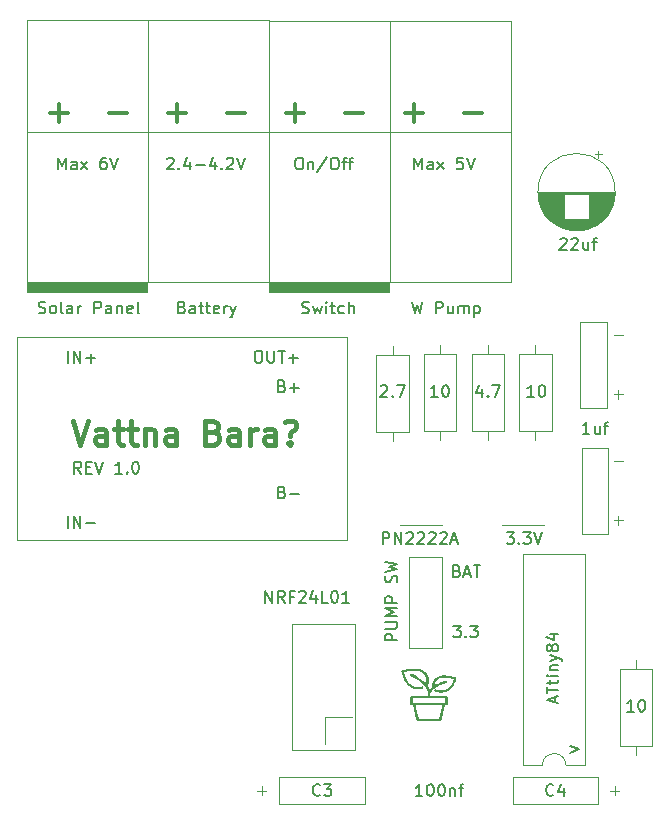
<source format=gto>
%TF.GenerationSoftware,KiCad,Pcbnew,7.0.1*%
%TF.CreationDate,2023-05-21T03:30:21+02:00*%
%TF.ProjectId,Auto_plant_Backup,4175746f-5f70-46c6-916e-745f4261636b,rev?*%
%TF.SameCoordinates,Original*%
%TF.FileFunction,Legend,Top*%
%TF.FilePolarity,Positive*%
%FSLAX46Y46*%
G04 Gerber Fmt 4.6, Leading zero omitted, Abs format (unit mm)*
G04 Created by KiCad (PCBNEW 7.0.1) date 2023-05-21 03:30:21*
%MOMM*%
%LPD*%
G01*
G04 APERTURE LIST*
%ADD10C,0.300000*%
%ADD11C,0.100000*%
%ADD12C,0.150000*%
%ADD13C,0.400000*%
%ADD14C,0.120000*%
%ADD15R,1.600000X1.600000*%
%ADD16C,1.600000*%
%ADD17O,1.980000X3.960000*%
%ADD18R,1.980000X3.960000*%
%ADD19O,1.600000X1.600000*%
%ADD20C,1.524000*%
%ADD21R,1.700000X1.700000*%
%ADD22C,1.700000*%
%ADD23R,1.050000X1.500000*%
%ADD24O,1.050000X1.500000*%
%ADD25C,2.000000*%
G04 APERTURE END LIST*
D10*
X145238095Y-65663333D02*
X146761905Y-65663333D01*
X155238095Y-65663333D02*
X156761905Y-65663333D01*
X150238095Y-65663333D02*
X151761905Y-65663333D01*
X151000000Y-66425238D02*
X151000000Y-64901428D01*
X140238095Y-65663333D02*
X141761905Y-65663333D01*
X141000000Y-66425238D02*
X141000000Y-64901428D01*
X135238095Y-65663333D02*
X136761905Y-65663333D01*
X130238095Y-65663333D02*
X131761905Y-65663333D01*
X131000000Y-66425238D02*
X131000000Y-64901428D01*
X120238095Y-65663333D02*
X121761905Y-65663333D01*
X121000000Y-66425238D02*
X121000000Y-64901428D01*
X125238095Y-65663333D02*
X126761905Y-65663333D01*
D11*
X118250000Y-67250000D02*
X159250000Y-67250000D01*
X159250000Y-80000000D01*
X118250000Y-80000000D01*
X118250000Y-67250000D01*
X149000000Y-57900000D02*
X159250000Y-57900000D01*
X159250000Y-80000000D01*
X149000000Y-80000000D01*
X149000000Y-57900000D01*
X138750000Y-57900000D02*
X149000000Y-57900000D01*
X149000000Y-80000000D01*
X138750000Y-80000000D01*
X138750000Y-57900000D01*
X128500000Y-57800000D02*
X138750000Y-57800000D01*
X138750000Y-80000000D01*
X128500000Y-80000000D01*
X128500000Y-57800000D01*
X118250000Y-57800000D02*
X128500000Y-57800000D01*
X128500000Y-80000000D01*
X118250000Y-80000000D01*
X118250000Y-57800000D01*
X167961295Y-95153066D02*
X168723200Y-95153066D01*
D12*
X141233333Y-69465019D02*
X141423809Y-69465019D01*
X141423809Y-69465019D02*
X141519047Y-69512638D01*
X141519047Y-69512638D02*
X141614285Y-69607876D01*
X141614285Y-69607876D02*
X141661904Y-69798352D01*
X141661904Y-69798352D02*
X141661904Y-70131685D01*
X141661904Y-70131685D02*
X141614285Y-70322161D01*
X141614285Y-70322161D02*
X141519047Y-70417400D01*
X141519047Y-70417400D02*
X141423809Y-70465019D01*
X141423809Y-70465019D02*
X141233333Y-70465019D01*
X141233333Y-70465019D02*
X141138095Y-70417400D01*
X141138095Y-70417400D02*
X141042857Y-70322161D01*
X141042857Y-70322161D02*
X140995238Y-70131685D01*
X140995238Y-70131685D02*
X140995238Y-69798352D01*
X140995238Y-69798352D02*
X141042857Y-69607876D01*
X141042857Y-69607876D02*
X141138095Y-69512638D01*
X141138095Y-69512638D02*
X141233333Y-69465019D01*
X142090476Y-69798352D02*
X142090476Y-70465019D01*
X142090476Y-69893590D02*
X142138095Y-69845971D01*
X142138095Y-69845971D02*
X142233333Y-69798352D01*
X142233333Y-69798352D02*
X142376190Y-69798352D01*
X142376190Y-69798352D02*
X142471428Y-69845971D01*
X142471428Y-69845971D02*
X142519047Y-69941209D01*
X142519047Y-69941209D02*
X142519047Y-70465019D01*
X143709523Y-69417400D02*
X142852381Y-70703114D01*
X144233333Y-69465019D02*
X144423809Y-69465019D01*
X144423809Y-69465019D02*
X144519047Y-69512638D01*
X144519047Y-69512638D02*
X144614285Y-69607876D01*
X144614285Y-69607876D02*
X144661904Y-69798352D01*
X144661904Y-69798352D02*
X144661904Y-70131685D01*
X144661904Y-70131685D02*
X144614285Y-70322161D01*
X144614285Y-70322161D02*
X144519047Y-70417400D01*
X144519047Y-70417400D02*
X144423809Y-70465019D01*
X144423809Y-70465019D02*
X144233333Y-70465019D01*
X144233333Y-70465019D02*
X144138095Y-70417400D01*
X144138095Y-70417400D02*
X144042857Y-70322161D01*
X144042857Y-70322161D02*
X143995238Y-70131685D01*
X143995238Y-70131685D02*
X143995238Y-69798352D01*
X143995238Y-69798352D02*
X144042857Y-69607876D01*
X144042857Y-69607876D02*
X144138095Y-69512638D01*
X144138095Y-69512638D02*
X144233333Y-69465019D01*
X144947619Y-69798352D02*
X145328571Y-69798352D01*
X145090476Y-70465019D02*
X145090476Y-69607876D01*
X145090476Y-69607876D02*
X145138095Y-69512638D01*
X145138095Y-69512638D02*
X145233333Y-69465019D01*
X145233333Y-69465019D02*
X145328571Y-69465019D01*
X145519048Y-69798352D02*
X145900000Y-69798352D01*
X145661905Y-70465019D02*
X145661905Y-69607876D01*
X145661905Y-69607876D02*
X145709524Y-69512638D01*
X145709524Y-69512638D02*
X145804762Y-69465019D01*
X145804762Y-69465019D02*
X145900000Y-69465019D01*
D11*
X167961295Y-89514266D02*
X168723200Y-89514266D01*
X168342247Y-89895219D02*
X168342247Y-89133314D01*
D12*
X151073809Y-70462619D02*
X151073809Y-69462619D01*
X151073809Y-69462619D02*
X151407142Y-70176904D01*
X151407142Y-70176904D02*
X151740475Y-69462619D01*
X151740475Y-69462619D02*
X151740475Y-70462619D01*
X152645237Y-70462619D02*
X152645237Y-69938809D01*
X152645237Y-69938809D02*
X152597618Y-69843571D01*
X152597618Y-69843571D02*
X152502380Y-69795952D01*
X152502380Y-69795952D02*
X152311904Y-69795952D01*
X152311904Y-69795952D02*
X152216666Y-69843571D01*
X152645237Y-70415000D02*
X152549999Y-70462619D01*
X152549999Y-70462619D02*
X152311904Y-70462619D01*
X152311904Y-70462619D02*
X152216666Y-70415000D01*
X152216666Y-70415000D02*
X152169047Y-70319761D01*
X152169047Y-70319761D02*
X152169047Y-70224523D01*
X152169047Y-70224523D02*
X152216666Y-70129285D01*
X152216666Y-70129285D02*
X152311904Y-70081666D01*
X152311904Y-70081666D02*
X152549999Y-70081666D01*
X152549999Y-70081666D02*
X152645237Y-70034047D01*
X153026190Y-70462619D02*
X153549999Y-69795952D01*
X153026190Y-69795952D02*
X153549999Y-70462619D01*
X155169047Y-69462619D02*
X154692857Y-69462619D01*
X154692857Y-69462619D02*
X154645238Y-69938809D01*
X154645238Y-69938809D02*
X154692857Y-69891190D01*
X154692857Y-69891190D02*
X154788095Y-69843571D01*
X154788095Y-69843571D02*
X155026190Y-69843571D01*
X155026190Y-69843571D02*
X155121428Y-69891190D01*
X155121428Y-69891190D02*
X155169047Y-69938809D01*
X155169047Y-69938809D02*
X155216666Y-70034047D01*
X155216666Y-70034047D02*
X155216666Y-70272142D01*
X155216666Y-70272142D02*
X155169047Y-70367380D01*
X155169047Y-70367380D02*
X155121428Y-70415000D01*
X155121428Y-70415000D02*
X155026190Y-70462619D01*
X155026190Y-70462619D02*
X154788095Y-70462619D01*
X154788095Y-70462619D02*
X154692857Y-70415000D01*
X154692857Y-70415000D02*
X154645238Y-70367380D01*
X155502381Y-69462619D02*
X155835714Y-70462619D01*
X155835714Y-70462619D02*
X156169047Y-69462619D01*
X120898809Y-70465019D02*
X120898809Y-69465019D01*
X120898809Y-69465019D02*
X121232142Y-70179304D01*
X121232142Y-70179304D02*
X121565475Y-69465019D01*
X121565475Y-69465019D02*
X121565475Y-70465019D01*
X122470237Y-70465019D02*
X122470237Y-69941209D01*
X122470237Y-69941209D02*
X122422618Y-69845971D01*
X122422618Y-69845971D02*
X122327380Y-69798352D01*
X122327380Y-69798352D02*
X122136904Y-69798352D01*
X122136904Y-69798352D02*
X122041666Y-69845971D01*
X122470237Y-70417400D02*
X122374999Y-70465019D01*
X122374999Y-70465019D02*
X122136904Y-70465019D01*
X122136904Y-70465019D02*
X122041666Y-70417400D01*
X122041666Y-70417400D02*
X121994047Y-70322161D01*
X121994047Y-70322161D02*
X121994047Y-70226923D01*
X121994047Y-70226923D02*
X122041666Y-70131685D01*
X122041666Y-70131685D02*
X122136904Y-70084066D01*
X122136904Y-70084066D02*
X122374999Y-70084066D01*
X122374999Y-70084066D02*
X122470237Y-70036447D01*
X122851190Y-70465019D02*
X123374999Y-69798352D01*
X122851190Y-69798352D02*
X123374999Y-70465019D01*
X124946428Y-69465019D02*
X124755952Y-69465019D01*
X124755952Y-69465019D02*
X124660714Y-69512638D01*
X124660714Y-69512638D02*
X124613095Y-69560257D01*
X124613095Y-69560257D02*
X124517857Y-69703114D01*
X124517857Y-69703114D02*
X124470238Y-69893590D01*
X124470238Y-69893590D02*
X124470238Y-70274542D01*
X124470238Y-70274542D02*
X124517857Y-70369780D01*
X124517857Y-70369780D02*
X124565476Y-70417400D01*
X124565476Y-70417400D02*
X124660714Y-70465019D01*
X124660714Y-70465019D02*
X124851190Y-70465019D01*
X124851190Y-70465019D02*
X124946428Y-70417400D01*
X124946428Y-70417400D02*
X124994047Y-70369780D01*
X124994047Y-70369780D02*
X125041666Y-70274542D01*
X125041666Y-70274542D02*
X125041666Y-70036447D01*
X125041666Y-70036447D02*
X124994047Y-69941209D01*
X124994047Y-69941209D02*
X124946428Y-69893590D01*
X124946428Y-69893590D02*
X124851190Y-69845971D01*
X124851190Y-69845971D02*
X124660714Y-69845971D01*
X124660714Y-69845971D02*
X124565476Y-69893590D01*
X124565476Y-69893590D02*
X124517857Y-69941209D01*
X124517857Y-69941209D02*
X124470238Y-70036447D01*
X125327381Y-69465019D02*
X125660714Y-70465019D01*
X125660714Y-70465019D02*
X125994047Y-69465019D01*
X130136905Y-69560257D02*
X130184524Y-69512638D01*
X130184524Y-69512638D02*
X130279762Y-69465019D01*
X130279762Y-69465019D02*
X130517857Y-69465019D01*
X130517857Y-69465019D02*
X130613095Y-69512638D01*
X130613095Y-69512638D02*
X130660714Y-69560257D01*
X130660714Y-69560257D02*
X130708333Y-69655495D01*
X130708333Y-69655495D02*
X130708333Y-69750733D01*
X130708333Y-69750733D02*
X130660714Y-69893590D01*
X130660714Y-69893590D02*
X130089286Y-70465019D01*
X130089286Y-70465019D02*
X130708333Y-70465019D01*
X131136905Y-70369780D02*
X131184524Y-70417400D01*
X131184524Y-70417400D02*
X131136905Y-70465019D01*
X131136905Y-70465019D02*
X131089286Y-70417400D01*
X131089286Y-70417400D02*
X131136905Y-70369780D01*
X131136905Y-70369780D02*
X131136905Y-70465019D01*
X132041666Y-69798352D02*
X132041666Y-70465019D01*
X131803571Y-69417400D02*
X131565476Y-70131685D01*
X131565476Y-70131685D02*
X132184523Y-70131685D01*
X132565476Y-70084066D02*
X133327381Y-70084066D01*
X134232142Y-69798352D02*
X134232142Y-70465019D01*
X133994047Y-69417400D02*
X133755952Y-70131685D01*
X133755952Y-70131685D02*
X134374999Y-70131685D01*
X134755952Y-70369780D02*
X134803571Y-70417400D01*
X134803571Y-70417400D02*
X134755952Y-70465019D01*
X134755952Y-70465019D02*
X134708333Y-70417400D01*
X134708333Y-70417400D02*
X134755952Y-70369780D01*
X134755952Y-70369780D02*
X134755952Y-70465019D01*
X135184523Y-69560257D02*
X135232142Y-69512638D01*
X135232142Y-69512638D02*
X135327380Y-69465019D01*
X135327380Y-69465019D02*
X135565475Y-69465019D01*
X135565475Y-69465019D02*
X135660713Y-69512638D01*
X135660713Y-69512638D02*
X135708332Y-69560257D01*
X135708332Y-69560257D02*
X135755951Y-69655495D01*
X135755951Y-69655495D02*
X135755951Y-69750733D01*
X135755951Y-69750733D02*
X135708332Y-69893590D01*
X135708332Y-69893590D02*
X135136904Y-70465019D01*
X135136904Y-70465019D02*
X135755951Y-70465019D01*
X136041666Y-69465019D02*
X136374999Y-70465019D01*
X136374999Y-70465019D02*
X136708332Y-69465019D01*
X165894304Y-92841619D02*
X165322876Y-92841619D01*
X165608590Y-92841619D02*
X165608590Y-91841619D01*
X165608590Y-91841619D02*
X165513352Y-91984476D01*
X165513352Y-91984476D02*
X165418114Y-92079714D01*
X165418114Y-92079714D02*
X165322876Y-92127333D01*
X166751447Y-92174952D02*
X166751447Y-92841619D01*
X166322876Y-92174952D02*
X166322876Y-92698761D01*
X166322876Y-92698761D02*
X166370495Y-92794000D01*
X166370495Y-92794000D02*
X166465733Y-92841619D01*
X166465733Y-92841619D02*
X166608590Y-92841619D01*
X166608590Y-92841619D02*
X166703828Y-92794000D01*
X166703828Y-92794000D02*
X166751447Y-92746380D01*
X167084781Y-92174952D02*
X167465733Y-92174952D01*
X167227638Y-92841619D02*
X167227638Y-91984476D01*
X167227638Y-91984476D02*
X167275257Y-91889238D01*
X167275257Y-91889238D02*
X167370495Y-91841619D01*
X167370495Y-91841619D02*
X167465733Y-91841619D01*
X122857142Y-96212619D02*
X122523809Y-95736428D01*
X122285714Y-96212619D02*
X122285714Y-95212619D01*
X122285714Y-95212619D02*
X122666666Y-95212619D01*
X122666666Y-95212619D02*
X122761904Y-95260238D01*
X122761904Y-95260238D02*
X122809523Y-95307857D01*
X122809523Y-95307857D02*
X122857142Y-95403095D01*
X122857142Y-95403095D02*
X122857142Y-95545952D01*
X122857142Y-95545952D02*
X122809523Y-95641190D01*
X122809523Y-95641190D02*
X122761904Y-95688809D01*
X122761904Y-95688809D02*
X122666666Y-95736428D01*
X122666666Y-95736428D02*
X122285714Y-95736428D01*
X123285714Y-95688809D02*
X123619047Y-95688809D01*
X123761904Y-96212619D02*
X123285714Y-96212619D01*
X123285714Y-96212619D02*
X123285714Y-95212619D01*
X123285714Y-95212619D02*
X123761904Y-95212619D01*
X124047619Y-95212619D02*
X124380952Y-96212619D01*
X124380952Y-96212619D02*
X124714285Y-95212619D01*
X126333333Y-96212619D02*
X125761905Y-96212619D01*
X126047619Y-96212619D02*
X126047619Y-95212619D01*
X126047619Y-95212619D02*
X125952381Y-95355476D01*
X125952381Y-95355476D02*
X125857143Y-95450714D01*
X125857143Y-95450714D02*
X125761905Y-95498333D01*
X126761905Y-96117380D02*
X126809524Y-96165000D01*
X126809524Y-96165000D02*
X126761905Y-96212619D01*
X126761905Y-96212619D02*
X126714286Y-96165000D01*
X126714286Y-96165000D02*
X126761905Y-96117380D01*
X126761905Y-96117380D02*
X126761905Y-96212619D01*
X127428571Y-95212619D02*
X127523809Y-95212619D01*
X127523809Y-95212619D02*
X127619047Y-95260238D01*
X127619047Y-95260238D02*
X127666666Y-95307857D01*
X127666666Y-95307857D02*
X127714285Y-95403095D01*
X127714285Y-95403095D02*
X127761904Y-95593571D01*
X127761904Y-95593571D02*
X127761904Y-95831666D01*
X127761904Y-95831666D02*
X127714285Y-96022142D01*
X127714285Y-96022142D02*
X127666666Y-96117380D01*
X127666666Y-96117380D02*
X127619047Y-96165000D01*
X127619047Y-96165000D02*
X127523809Y-96212619D01*
X127523809Y-96212619D02*
X127428571Y-96212619D01*
X127428571Y-96212619D02*
X127333333Y-96165000D01*
X127333333Y-96165000D02*
X127285714Y-96117380D01*
X127285714Y-96117380D02*
X127238095Y-96022142D01*
X127238095Y-96022142D02*
X127190476Y-95831666D01*
X127190476Y-95831666D02*
X127190476Y-95593571D01*
X127190476Y-95593571D02*
X127238095Y-95403095D01*
X127238095Y-95403095D02*
X127285714Y-95307857D01*
X127285714Y-95307857D02*
X127333333Y-95260238D01*
X127333333Y-95260238D02*
X127428571Y-95212619D01*
D11*
X138153333Y-122688095D02*
X138153333Y-123450000D01*
X137772380Y-123069047D02*
X138534285Y-123069047D01*
D12*
X164250000Y-119839047D02*
X165011904Y-119553333D01*
X165011904Y-119553333D02*
X164250000Y-119267619D01*
D11*
X167961295Y-84485066D02*
X168723200Y-84485066D01*
D12*
X154698628Y-104433609D02*
X154841485Y-104481228D01*
X154841485Y-104481228D02*
X154889104Y-104528847D01*
X154889104Y-104528847D02*
X154936723Y-104624085D01*
X154936723Y-104624085D02*
X154936723Y-104766942D01*
X154936723Y-104766942D02*
X154889104Y-104862180D01*
X154889104Y-104862180D02*
X154841485Y-104909800D01*
X154841485Y-104909800D02*
X154746247Y-104957419D01*
X154746247Y-104957419D02*
X154365295Y-104957419D01*
X154365295Y-104957419D02*
X154365295Y-103957419D01*
X154365295Y-103957419D02*
X154698628Y-103957419D01*
X154698628Y-103957419D02*
X154793866Y-104005038D01*
X154793866Y-104005038D02*
X154841485Y-104052657D01*
X154841485Y-104052657D02*
X154889104Y-104147895D01*
X154889104Y-104147895D02*
X154889104Y-104243133D01*
X154889104Y-104243133D02*
X154841485Y-104338371D01*
X154841485Y-104338371D02*
X154793866Y-104385990D01*
X154793866Y-104385990D02*
X154698628Y-104433609D01*
X154698628Y-104433609D02*
X154365295Y-104433609D01*
X155317676Y-104671704D02*
X155793866Y-104671704D01*
X155222438Y-104957419D02*
X155555771Y-103957419D01*
X155555771Y-103957419D02*
X155889104Y-104957419D01*
X156079581Y-103957419D02*
X156651009Y-103957419D01*
X156365295Y-104957419D02*
X156365295Y-103957419D01*
X149612619Y-110335713D02*
X148612619Y-110335713D01*
X148612619Y-110335713D02*
X148612619Y-109954761D01*
X148612619Y-109954761D02*
X148660238Y-109859523D01*
X148660238Y-109859523D02*
X148707857Y-109811904D01*
X148707857Y-109811904D02*
X148803095Y-109764285D01*
X148803095Y-109764285D02*
X148945952Y-109764285D01*
X148945952Y-109764285D02*
X149041190Y-109811904D01*
X149041190Y-109811904D02*
X149088809Y-109859523D01*
X149088809Y-109859523D02*
X149136428Y-109954761D01*
X149136428Y-109954761D02*
X149136428Y-110335713D01*
X148612619Y-109335713D02*
X149422142Y-109335713D01*
X149422142Y-109335713D02*
X149517380Y-109288094D01*
X149517380Y-109288094D02*
X149565000Y-109240475D01*
X149565000Y-109240475D02*
X149612619Y-109145237D01*
X149612619Y-109145237D02*
X149612619Y-108954761D01*
X149612619Y-108954761D02*
X149565000Y-108859523D01*
X149565000Y-108859523D02*
X149517380Y-108811904D01*
X149517380Y-108811904D02*
X149422142Y-108764285D01*
X149422142Y-108764285D02*
X148612619Y-108764285D01*
X149612619Y-108288094D02*
X148612619Y-108288094D01*
X148612619Y-108288094D02*
X149326904Y-107954761D01*
X149326904Y-107954761D02*
X148612619Y-107621428D01*
X148612619Y-107621428D02*
X149612619Y-107621428D01*
X149612619Y-107145237D02*
X148612619Y-107145237D01*
X148612619Y-107145237D02*
X148612619Y-106764285D01*
X148612619Y-106764285D02*
X148660238Y-106669047D01*
X148660238Y-106669047D02*
X148707857Y-106621428D01*
X148707857Y-106621428D02*
X148803095Y-106573809D01*
X148803095Y-106573809D02*
X148945952Y-106573809D01*
X148945952Y-106573809D02*
X149041190Y-106621428D01*
X149041190Y-106621428D02*
X149088809Y-106669047D01*
X149088809Y-106669047D02*
X149136428Y-106764285D01*
X149136428Y-106764285D02*
X149136428Y-107145237D01*
X149565000Y-105430951D02*
X149612619Y-105288094D01*
X149612619Y-105288094D02*
X149612619Y-105049999D01*
X149612619Y-105049999D02*
X149565000Y-104954761D01*
X149565000Y-104954761D02*
X149517380Y-104907142D01*
X149517380Y-104907142D02*
X149422142Y-104859523D01*
X149422142Y-104859523D02*
X149326904Y-104859523D01*
X149326904Y-104859523D02*
X149231666Y-104907142D01*
X149231666Y-104907142D02*
X149184047Y-104954761D01*
X149184047Y-104954761D02*
X149136428Y-105049999D01*
X149136428Y-105049999D02*
X149088809Y-105240475D01*
X149088809Y-105240475D02*
X149041190Y-105335713D01*
X149041190Y-105335713D02*
X148993571Y-105383332D01*
X148993571Y-105383332D02*
X148898333Y-105430951D01*
X148898333Y-105430951D02*
X148803095Y-105430951D01*
X148803095Y-105430951D02*
X148707857Y-105383332D01*
X148707857Y-105383332D02*
X148660238Y-105335713D01*
X148660238Y-105335713D02*
X148612619Y-105240475D01*
X148612619Y-105240475D02*
X148612619Y-105002380D01*
X148612619Y-105002380D02*
X148660238Y-104859523D01*
X148612619Y-104526189D02*
X149612619Y-104288094D01*
X149612619Y-104288094D02*
X148898333Y-104097618D01*
X148898333Y-104097618D02*
X149612619Y-103907142D01*
X149612619Y-103907142D02*
X148612619Y-103669047D01*
X154371657Y-109088219D02*
X154990704Y-109088219D01*
X154990704Y-109088219D02*
X154657371Y-109469171D01*
X154657371Y-109469171D02*
X154800228Y-109469171D01*
X154800228Y-109469171D02*
X154895466Y-109516790D01*
X154895466Y-109516790D02*
X154943085Y-109564409D01*
X154943085Y-109564409D02*
X154990704Y-109659647D01*
X154990704Y-109659647D02*
X154990704Y-109897742D01*
X154990704Y-109897742D02*
X154943085Y-109992980D01*
X154943085Y-109992980D02*
X154895466Y-110040600D01*
X154895466Y-110040600D02*
X154800228Y-110088219D01*
X154800228Y-110088219D02*
X154514514Y-110088219D01*
X154514514Y-110088219D02*
X154419276Y-110040600D01*
X154419276Y-110040600D02*
X154371657Y-109992980D01*
X155419276Y-109992980D02*
X155466895Y-110040600D01*
X155466895Y-110040600D02*
X155419276Y-110088219D01*
X155419276Y-110088219D02*
X155371657Y-110040600D01*
X155371657Y-110040600D02*
X155419276Y-109992980D01*
X155419276Y-109992980D02*
X155419276Y-110088219D01*
X155800228Y-109088219D02*
X156419275Y-109088219D01*
X156419275Y-109088219D02*
X156085942Y-109469171D01*
X156085942Y-109469171D02*
X156228799Y-109469171D01*
X156228799Y-109469171D02*
X156324037Y-109516790D01*
X156324037Y-109516790D02*
X156371656Y-109564409D01*
X156371656Y-109564409D02*
X156419275Y-109659647D01*
X156419275Y-109659647D02*
X156419275Y-109897742D01*
X156419275Y-109897742D02*
X156371656Y-109992980D01*
X156371656Y-109992980D02*
X156324037Y-110040600D01*
X156324037Y-110040600D02*
X156228799Y-110088219D01*
X156228799Y-110088219D02*
X155943085Y-110088219D01*
X155943085Y-110088219D02*
X155847847Y-110040600D01*
X155847847Y-110040600D02*
X155800228Y-109992980D01*
D13*
X122128571Y-91755238D02*
X122795237Y-93755238D01*
X122795237Y-93755238D02*
X123461904Y-91755238D01*
X124985714Y-93755238D02*
X124985714Y-92707619D01*
X124985714Y-92707619D02*
X124890476Y-92517142D01*
X124890476Y-92517142D02*
X124700000Y-92421904D01*
X124700000Y-92421904D02*
X124319047Y-92421904D01*
X124319047Y-92421904D02*
X124128571Y-92517142D01*
X124985714Y-93660000D02*
X124795238Y-93755238D01*
X124795238Y-93755238D02*
X124319047Y-93755238D01*
X124319047Y-93755238D02*
X124128571Y-93660000D01*
X124128571Y-93660000D02*
X124033333Y-93469523D01*
X124033333Y-93469523D02*
X124033333Y-93279047D01*
X124033333Y-93279047D02*
X124128571Y-93088571D01*
X124128571Y-93088571D02*
X124319047Y-92993333D01*
X124319047Y-92993333D02*
X124795238Y-92993333D01*
X124795238Y-92993333D02*
X124985714Y-92898095D01*
X125652381Y-92421904D02*
X126414285Y-92421904D01*
X125938095Y-91755238D02*
X125938095Y-93469523D01*
X125938095Y-93469523D02*
X126033333Y-93660000D01*
X126033333Y-93660000D02*
X126223809Y-93755238D01*
X126223809Y-93755238D02*
X126414285Y-93755238D01*
X126795238Y-92421904D02*
X127557142Y-92421904D01*
X127080952Y-91755238D02*
X127080952Y-93469523D01*
X127080952Y-93469523D02*
X127176190Y-93660000D01*
X127176190Y-93660000D02*
X127366666Y-93755238D01*
X127366666Y-93755238D02*
X127557142Y-93755238D01*
X128223809Y-92421904D02*
X128223809Y-93755238D01*
X128223809Y-92612380D02*
X128319047Y-92517142D01*
X128319047Y-92517142D02*
X128509523Y-92421904D01*
X128509523Y-92421904D02*
X128795238Y-92421904D01*
X128795238Y-92421904D02*
X128985714Y-92517142D01*
X128985714Y-92517142D02*
X129080952Y-92707619D01*
X129080952Y-92707619D02*
X129080952Y-93755238D01*
X130890476Y-93755238D02*
X130890476Y-92707619D01*
X130890476Y-92707619D02*
X130795238Y-92517142D01*
X130795238Y-92517142D02*
X130604762Y-92421904D01*
X130604762Y-92421904D02*
X130223809Y-92421904D01*
X130223809Y-92421904D02*
X130033333Y-92517142D01*
X130890476Y-93660000D02*
X130700000Y-93755238D01*
X130700000Y-93755238D02*
X130223809Y-93755238D01*
X130223809Y-93755238D02*
X130033333Y-93660000D01*
X130033333Y-93660000D02*
X129938095Y-93469523D01*
X129938095Y-93469523D02*
X129938095Y-93279047D01*
X129938095Y-93279047D02*
X130033333Y-93088571D01*
X130033333Y-93088571D02*
X130223809Y-92993333D01*
X130223809Y-92993333D02*
X130700000Y-92993333D01*
X130700000Y-92993333D02*
X130890476Y-92898095D01*
X134033334Y-92707619D02*
X134319048Y-92802857D01*
X134319048Y-92802857D02*
X134414286Y-92898095D01*
X134414286Y-92898095D02*
X134509524Y-93088571D01*
X134509524Y-93088571D02*
X134509524Y-93374285D01*
X134509524Y-93374285D02*
X134414286Y-93564761D01*
X134414286Y-93564761D02*
X134319048Y-93660000D01*
X134319048Y-93660000D02*
X134128572Y-93755238D01*
X134128572Y-93755238D02*
X133366667Y-93755238D01*
X133366667Y-93755238D02*
X133366667Y-91755238D01*
X133366667Y-91755238D02*
X134033334Y-91755238D01*
X134033334Y-91755238D02*
X134223810Y-91850476D01*
X134223810Y-91850476D02*
X134319048Y-91945714D01*
X134319048Y-91945714D02*
X134414286Y-92136190D01*
X134414286Y-92136190D02*
X134414286Y-92326666D01*
X134414286Y-92326666D02*
X134319048Y-92517142D01*
X134319048Y-92517142D02*
X134223810Y-92612380D01*
X134223810Y-92612380D02*
X134033334Y-92707619D01*
X134033334Y-92707619D02*
X133366667Y-92707619D01*
X136223810Y-93755238D02*
X136223810Y-92707619D01*
X136223810Y-92707619D02*
X136128572Y-92517142D01*
X136128572Y-92517142D02*
X135938096Y-92421904D01*
X135938096Y-92421904D02*
X135557143Y-92421904D01*
X135557143Y-92421904D02*
X135366667Y-92517142D01*
X136223810Y-93660000D02*
X136033334Y-93755238D01*
X136033334Y-93755238D02*
X135557143Y-93755238D01*
X135557143Y-93755238D02*
X135366667Y-93660000D01*
X135366667Y-93660000D02*
X135271429Y-93469523D01*
X135271429Y-93469523D02*
X135271429Y-93279047D01*
X135271429Y-93279047D02*
X135366667Y-93088571D01*
X135366667Y-93088571D02*
X135557143Y-92993333D01*
X135557143Y-92993333D02*
X136033334Y-92993333D01*
X136033334Y-92993333D02*
X136223810Y-92898095D01*
X137176191Y-93755238D02*
X137176191Y-92421904D01*
X137176191Y-92802857D02*
X137271429Y-92612380D01*
X137271429Y-92612380D02*
X137366667Y-92517142D01*
X137366667Y-92517142D02*
X137557143Y-92421904D01*
X137557143Y-92421904D02*
X137747620Y-92421904D01*
X139271429Y-93755238D02*
X139271429Y-92707619D01*
X139271429Y-92707619D02*
X139176191Y-92517142D01*
X139176191Y-92517142D02*
X138985715Y-92421904D01*
X138985715Y-92421904D02*
X138604762Y-92421904D01*
X138604762Y-92421904D02*
X138414286Y-92517142D01*
X139271429Y-93660000D02*
X139080953Y-93755238D01*
X139080953Y-93755238D02*
X138604762Y-93755238D01*
X138604762Y-93755238D02*
X138414286Y-93660000D01*
X138414286Y-93660000D02*
X138319048Y-93469523D01*
X138319048Y-93469523D02*
X138319048Y-93279047D01*
X138319048Y-93279047D02*
X138414286Y-93088571D01*
X138414286Y-93088571D02*
X138604762Y-92993333D01*
X138604762Y-92993333D02*
X139080953Y-92993333D01*
X139080953Y-92993333D02*
X139271429Y-92898095D01*
X140509524Y-93564761D02*
X140604762Y-93660000D01*
X140604762Y-93660000D02*
X140509524Y-93755238D01*
X140509524Y-93755238D02*
X140414286Y-93660000D01*
X140414286Y-93660000D02*
X140509524Y-93564761D01*
X140509524Y-93564761D02*
X140509524Y-93755238D01*
X140128572Y-91850476D02*
X140319048Y-91755238D01*
X140319048Y-91755238D02*
X140795239Y-91755238D01*
X140795239Y-91755238D02*
X140985715Y-91850476D01*
X140985715Y-91850476D02*
X141080953Y-92040952D01*
X141080953Y-92040952D02*
X141080953Y-92231428D01*
X141080953Y-92231428D02*
X140985715Y-92421904D01*
X140985715Y-92421904D02*
X140890477Y-92517142D01*
X140890477Y-92517142D02*
X140700000Y-92612380D01*
X140700000Y-92612380D02*
X140604762Y-92707619D01*
X140604762Y-92707619D02*
X140509524Y-92898095D01*
X140509524Y-92898095D02*
X140509524Y-92993333D01*
D11*
X167961295Y-100182266D02*
X168723200Y-100182266D01*
X168342247Y-100563219D02*
X168342247Y-99801314D01*
D12*
X143089333Y-123404980D02*
X143041714Y-123452600D01*
X143041714Y-123452600D02*
X142898857Y-123500219D01*
X142898857Y-123500219D02*
X142803619Y-123500219D01*
X142803619Y-123500219D02*
X142660762Y-123452600D01*
X142660762Y-123452600D02*
X142565524Y-123357361D01*
X142565524Y-123357361D02*
X142517905Y-123262123D01*
X142517905Y-123262123D02*
X142470286Y-123071647D01*
X142470286Y-123071647D02*
X142470286Y-122928790D01*
X142470286Y-122928790D02*
X142517905Y-122738314D01*
X142517905Y-122738314D02*
X142565524Y-122643076D01*
X142565524Y-122643076D02*
X142660762Y-122547838D01*
X142660762Y-122547838D02*
X142803619Y-122500219D01*
X142803619Y-122500219D02*
X142898857Y-122500219D01*
X142898857Y-122500219D02*
X143041714Y-122547838D01*
X143041714Y-122547838D02*
X143089333Y-122595457D01*
X143422667Y-122500219D02*
X144041714Y-122500219D01*
X144041714Y-122500219D02*
X143708381Y-122881171D01*
X143708381Y-122881171D02*
X143851238Y-122881171D01*
X143851238Y-122881171D02*
X143946476Y-122928790D01*
X143946476Y-122928790D02*
X143994095Y-122976409D01*
X143994095Y-122976409D02*
X144041714Y-123071647D01*
X144041714Y-123071647D02*
X144041714Y-123309742D01*
X144041714Y-123309742D02*
X143994095Y-123404980D01*
X143994095Y-123404980D02*
X143946476Y-123452600D01*
X143946476Y-123452600D02*
X143851238Y-123500219D01*
X143851238Y-123500219D02*
X143565524Y-123500219D01*
X143565524Y-123500219D02*
X143470286Y-123452600D01*
X143470286Y-123452600D02*
X143422667Y-123404980D01*
D11*
X168046666Y-123436904D02*
X168046666Y-122675000D01*
X168427619Y-123055952D02*
X167665714Y-123055952D01*
D12*
%TO.C,22uf*%
X163400000Y-76357857D02*
X163447619Y-76310238D01*
X163447619Y-76310238D02*
X163542857Y-76262619D01*
X163542857Y-76262619D02*
X163780952Y-76262619D01*
X163780952Y-76262619D02*
X163876190Y-76310238D01*
X163876190Y-76310238D02*
X163923809Y-76357857D01*
X163923809Y-76357857D02*
X163971428Y-76453095D01*
X163971428Y-76453095D02*
X163971428Y-76548333D01*
X163971428Y-76548333D02*
X163923809Y-76691190D01*
X163923809Y-76691190D02*
X163352381Y-77262619D01*
X163352381Y-77262619D02*
X163971428Y-77262619D01*
X164352381Y-76357857D02*
X164400000Y-76310238D01*
X164400000Y-76310238D02*
X164495238Y-76262619D01*
X164495238Y-76262619D02*
X164733333Y-76262619D01*
X164733333Y-76262619D02*
X164828571Y-76310238D01*
X164828571Y-76310238D02*
X164876190Y-76357857D01*
X164876190Y-76357857D02*
X164923809Y-76453095D01*
X164923809Y-76453095D02*
X164923809Y-76548333D01*
X164923809Y-76548333D02*
X164876190Y-76691190D01*
X164876190Y-76691190D02*
X164304762Y-77262619D01*
X164304762Y-77262619D02*
X164923809Y-77262619D01*
X165780952Y-76595952D02*
X165780952Y-77262619D01*
X165352381Y-76595952D02*
X165352381Y-77119761D01*
X165352381Y-77119761D02*
X165400000Y-77215000D01*
X165400000Y-77215000D02*
X165495238Y-77262619D01*
X165495238Y-77262619D02*
X165638095Y-77262619D01*
X165638095Y-77262619D02*
X165733333Y-77215000D01*
X165733333Y-77215000D02*
X165780952Y-77167380D01*
X166114286Y-76595952D02*
X166495238Y-76595952D01*
X166257143Y-77262619D02*
X166257143Y-76405476D01*
X166257143Y-76405476D02*
X166304762Y-76310238D01*
X166304762Y-76310238D02*
X166400000Y-76262619D01*
X166400000Y-76262619D02*
X166495238Y-76262619D01*
%TO.C,+*%
X150899048Y-81657019D02*
X151137143Y-82657019D01*
X151137143Y-82657019D02*
X151327619Y-81942733D01*
X151327619Y-81942733D02*
X151518095Y-82657019D01*
X151518095Y-82657019D02*
X151756191Y-81657019D01*
X152899048Y-82657019D02*
X152899048Y-81657019D01*
X152899048Y-81657019D02*
X153280000Y-81657019D01*
X153280000Y-81657019D02*
X153375238Y-81704638D01*
X153375238Y-81704638D02*
X153422857Y-81752257D01*
X153422857Y-81752257D02*
X153470476Y-81847495D01*
X153470476Y-81847495D02*
X153470476Y-81990352D01*
X153470476Y-81990352D02*
X153422857Y-82085590D01*
X153422857Y-82085590D02*
X153375238Y-82133209D01*
X153375238Y-82133209D02*
X153280000Y-82180828D01*
X153280000Y-82180828D02*
X152899048Y-82180828D01*
X154327619Y-81990352D02*
X154327619Y-82657019D01*
X153899048Y-81990352D02*
X153899048Y-82514161D01*
X153899048Y-82514161D02*
X153946667Y-82609400D01*
X153946667Y-82609400D02*
X154041905Y-82657019D01*
X154041905Y-82657019D02*
X154184762Y-82657019D01*
X154184762Y-82657019D02*
X154280000Y-82609400D01*
X154280000Y-82609400D02*
X154327619Y-82561780D01*
X154803810Y-82657019D02*
X154803810Y-81990352D01*
X154803810Y-82085590D02*
X154851429Y-82037971D01*
X154851429Y-82037971D02*
X154946667Y-81990352D01*
X154946667Y-81990352D02*
X155089524Y-81990352D01*
X155089524Y-81990352D02*
X155184762Y-82037971D01*
X155184762Y-82037971D02*
X155232381Y-82133209D01*
X155232381Y-82133209D02*
X155232381Y-82657019D01*
X155232381Y-82133209D02*
X155280000Y-82037971D01*
X155280000Y-82037971D02*
X155375238Y-81990352D01*
X155375238Y-81990352D02*
X155518095Y-81990352D01*
X155518095Y-81990352D02*
X155613334Y-82037971D01*
X155613334Y-82037971D02*
X155660953Y-82133209D01*
X155660953Y-82133209D02*
X155660953Y-82657019D01*
X156137143Y-81990352D02*
X156137143Y-82990352D01*
X156137143Y-82037971D02*
X156232381Y-81990352D01*
X156232381Y-81990352D02*
X156422857Y-81990352D01*
X156422857Y-81990352D02*
X156518095Y-82037971D01*
X156518095Y-82037971D02*
X156565714Y-82085590D01*
X156565714Y-82085590D02*
X156613333Y-82180828D01*
X156613333Y-82180828D02*
X156613333Y-82466542D01*
X156613333Y-82466542D02*
X156565714Y-82561780D01*
X156565714Y-82561780D02*
X156518095Y-82609400D01*
X156518095Y-82609400D02*
X156422857Y-82657019D01*
X156422857Y-82657019D02*
X156232381Y-82657019D01*
X156232381Y-82657019D02*
X156137143Y-82609400D01*
X141565714Y-82609400D02*
X141708571Y-82657019D01*
X141708571Y-82657019D02*
X141946666Y-82657019D01*
X141946666Y-82657019D02*
X142041904Y-82609400D01*
X142041904Y-82609400D02*
X142089523Y-82561780D01*
X142089523Y-82561780D02*
X142137142Y-82466542D01*
X142137142Y-82466542D02*
X142137142Y-82371304D01*
X142137142Y-82371304D02*
X142089523Y-82276066D01*
X142089523Y-82276066D02*
X142041904Y-82228447D01*
X142041904Y-82228447D02*
X141946666Y-82180828D01*
X141946666Y-82180828D02*
X141756190Y-82133209D01*
X141756190Y-82133209D02*
X141660952Y-82085590D01*
X141660952Y-82085590D02*
X141613333Y-82037971D01*
X141613333Y-82037971D02*
X141565714Y-81942733D01*
X141565714Y-81942733D02*
X141565714Y-81847495D01*
X141565714Y-81847495D02*
X141613333Y-81752257D01*
X141613333Y-81752257D02*
X141660952Y-81704638D01*
X141660952Y-81704638D02*
X141756190Y-81657019D01*
X141756190Y-81657019D02*
X141994285Y-81657019D01*
X141994285Y-81657019D02*
X142137142Y-81704638D01*
X142470476Y-81990352D02*
X142660952Y-82657019D01*
X142660952Y-82657019D02*
X142851428Y-82180828D01*
X142851428Y-82180828D02*
X143041904Y-82657019D01*
X143041904Y-82657019D02*
X143232380Y-81990352D01*
X143613333Y-82657019D02*
X143613333Y-81990352D01*
X143613333Y-81657019D02*
X143565714Y-81704638D01*
X143565714Y-81704638D02*
X143613333Y-81752257D01*
X143613333Y-81752257D02*
X143660952Y-81704638D01*
X143660952Y-81704638D02*
X143613333Y-81657019D01*
X143613333Y-81657019D02*
X143613333Y-81752257D01*
X143946666Y-81990352D02*
X144327618Y-81990352D01*
X144089523Y-81657019D02*
X144089523Y-82514161D01*
X144089523Y-82514161D02*
X144137142Y-82609400D01*
X144137142Y-82609400D02*
X144232380Y-82657019D01*
X144232380Y-82657019D02*
X144327618Y-82657019D01*
X145089523Y-82609400D02*
X144994285Y-82657019D01*
X144994285Y-82657019D02*
X144803809Y-82657019D01*
X144803809Y-82657019D02*
X144708571Y-82609400D01*
X144708571Y-82609400D02*
X144660952Y-82561780D01*
X144660952Y-82561780D02*
X144613333Y-82466542D01*
X144613333Y-82466542D02*
X144613333Y-82180828D01*
X144613333Y-82180828D02*
X144660952Y-82085590D01*
X144660952Y-82085590D02*
X144708571Y-82037971D01*
X144708571Y-82037971D02*
X144803809Y-81990352D01*
X144803809Y-81990352D02*
X144994285Y-81990352D01*
X144994285Y-81990352D02*
X145089523Y-82037971D01*
X145518095Y-82657019D02*
X145518095Y-81657019D01*
X145946666Y-82657019D02*
X145946666Y-82133209D01*
X145946666Y-82133209D02*
X145899047Y-82037971D01*
X145899047Y-82037971D02*
X145803809Y-81990352D01*
X145803809Y-81990352D02*
X145660952Y-81990352D01*
X145660952Y-81990352D02*
X145565714Y-82037971D01*
X145565714Y-82037971D02*
X145518095Y-82085590D01*
X131403570Y-82133209D02*
X131546427Y-82180828D01*
X131546427Y-82180828D02*
X131594046Y-82228447D01*
X131594046Y-82228447D02*
X131641665Y-82323685D01*
X131641665Y-82323685D02*
X131641665Y-82466542D01*
X131641665Y-82466542D02*
X131594046Y-82561780D01*
X131594046Y-82561780D02*
X131546427Y-82609400D01*
X131546427Y-82609400D02*
X131451189Y-82657019D01*
X131451189Y-82657019D02*
X131070237Y-82657019D01*
X131070237Y-82657019D02*
X131070237Y-81657019D01*
X131070237Y-81657019D02*
X131403570Y-81657019D01*
X131403570Y-81657019D02*
X131498808Y-81704638D01*
X131498808Y-81704638D02*
X131546427Y-81752257D01*
X131546427Y-81752257D02*
X131594046Y-81847495D01*
X131594046Y-81847495D02*
X131594046Y-81942733D01*
X131594046Y-81942733D02*
X131546427Y-82037971D01*
X131546427Y-82037971D02*
X131498808Y-82085590D01*
X131498808Y-82085590D02*
X131403570Y-82133209D01*
X131403570Y-82133209D02*
X131070237Y-82133209D01*
X132498808Y-82657019D02*
X132498808Y-82133209D01*
X132498808Y-82133209D02*
X132451189Y-82037971D01*
X132451189Y-82037971D02*
X132355951Y-81990352D01*
X132355951Y-81990352D02*
X132165475Y-81990352D01*
X132165475Y-81990352D02*
X132070237Y-82037971D01*
X132498808Y-82609400D02*
X132403570Y-82657019D01*
X132403570Y-82657019D02*
X132165475Y-82657019D01*
X132165475Y-82657019D02*
X132070237Y-82609400D01*
X132070237Y-82609400D02*
X132022618Y-82514161D01*
X132022618Y-82514161D02*
X132022618Y-82418923D01*
X132022618Y-82418923D02*
X132070237Y-82323685D01*
X132070237Y-82323685D02*
X132165475Y-82276066D01*
X132165475Y-82276066D02*
X132403570Y-82276066D01*
X132403570Y-82276066D02*
X132498808Y-82228447D01*
X132832142Y-81990352D02*
X133213094Y-81990352D01*
X132974999Y-81657019D02*
X132974999Y-82514161D01*
X132974999Y-82514161D02*
X133022618Y-82609400D01*
X133022618Y-82609400D02*
X133117856Y-82657019D01*
X133117856Y-82657019D02*
X133213094Y-82657019D01*
X133403571Y-81990352D02*
X133784523Y-81990352D01*
X133546428Y-81657019D02*
X133546428Y-82514161D01*
X133546428Y-82514161D02*
X133594047Y-82609400D01*
X133594047Y-82609400D02*
X133689285Y-82657019D01*
X133689285Y-82657019D02*
X133784523Y-82657019D01*
X134498809Y-82609400D02*
X134403571Y-82657019D01*
X134403571Y-82657019D02*
X134213095Y-82657019D01*
X134213095Y-82657019D02*
X134117857Y-82609400D01*
X134117857Y-82609400D02*
X134070238Y-82514161D01*
X134070238Y-82514161D02*
X134070238Y-82133209D01*
X134070238Y-82133209D02*
X134117857Y-82037971D01*
X134117857Y-82037971D02*
X134213095Y-81990352D01*
X134213095Y-81990352D02*
X134403571Y-81990352D01*
X134403571Y-81990352D02*
X134498809Y-82037971D01*
X134498809Y-82037971D02*
X134546428Y-82133209D01*
X134546428Y-82133209D02*
X134546428Y-82228447D01*
X134546428Y-82228447D02*
X134070238Y-82323685D01*
X134975000Y-82657019D02*
X134975000Y-81990352D01*
X134975000Y-82180828D02*
X135022619Y-82085590D01*
X135022619Y-82085590D02*
X135070238Y-82037971D01*
X135070238Y-82037971D02*
X135165476Y-81990352D01*
X135165476Y-81990352D02*
X135260714Y-81990352D01*
X135498810Y-81990352D02*
X135736905Y-82657019D01*
X135975000Y-81990352D02*
X135736905Y-82657019D01*
X135736905Y-82657019D02*
X135641667Y-82895114D01*
X135641667Y-82895114D02*
X135594048Y-82942733D01*
X135594048Y-82942733D02*
X135498810Y-82990352D01*
%TO.C,-*%
X119261904Y-82609400D02*
X119404761Y-82657019D01*
X119404761Y-82657019D02*
X119642856Y-82657019D01*
X119642856Y-82657019D02*
X119738094Y-82609400D01*
X119738094Y-82609400D02*
X119785713Y-82561780D01*
X119785713Y-82561780D02*
X119833332Y-82466542D01*
X119833332Y-82466542D02*
X119833332Y-82371304D01*
X119833332Y-82371304D02*
X119785713Y-82276066D01*
X119785713Y-82276066D02*
X119738094Y-82228447D01*
X119738094Y-82228447D02*
X119642856Y-82180828D01*
X119642856Y-82180828D02*
X119452380Y-82133209D01*
X119452380Y-82133209D02*
X119357142Y-82085590D01*
X119357142Y-82085590D02*
X119309523Y-82037971D01*
X119309523Y-82037971D02*
X119261904Y-81942733D01*
X119261904Y-81942733D02*
X119261904Y-81847495D01*
X119261904Y-81847495D02*
X119309523Y-81752257D01*
X119309523Y-81752257D02*
X119357142Y-81704638D01*
X119357142Y-81704638D02*
X119452380Y-81657019D01*
X119452380Y-81657019D02*
X119690475Y-81657019D01*
X119690475Y-81657019D02*
X119833332Y-81704638D01*
X120404761Y-82657019D02*
X120309523Y-82609400D01*
X120309523Y-82609400D02*
X120261904Y-82561780D01*
X120261904Y-82561780D02*
X120214285Y-82466542D01*
X120214285Y-82466542D02*
X120214285Y-82180828D01*
X120214285Y-82180828D02*
X120261904Y-82085590D01*
X120261904Y-82085590D02*
X120309523Y-82037971D01*
X120309523Y-82037971D02*
X120404761Y-81990352D01*
X120404761Y-81990352D02*
X120547618Y-81990352D01*
X120547618Y-81990352D02*
X120642856Y-82037971D01*
X120642856Y-82037971D02*
X120690475Y-82085590D01*
X120690475Y-82085590D02*
X120738094Y-82180828D01*
X120738094Y-82180828D02*
X120738094Y-82466542D01*
X120738094Y-82466542D02*
X120690475Y-82561780D01*
X120690475Y-82561780D02*
X120642856Y-82609400D01*
X120642856Y-82609400D02*
X120547618Y-82657019D01*
X120547618Y-82657019D02*
X120404761Y-82657019D01*
X121309523Y-82657019D02*
X121214285Y-82609400D01*
X121214285Y-82609400D02*
X121166666Y-82514161D01*
X121166666Y-82514161D02*
X121166666Y-81657019D01*
X122119047Y-82657019D02*
X122119047Y-82133209D01*
X122119047Y-82133209D02*
X122071428Y-82037971D01*
X122071428Y-82037971D02*
X121976190Y-81990352D01*
X121976190Y-81990352D02*
X121785714Y-81990352D01*
X121785714Y-81990352D02*
X121690476Y-82037971D01*
X122119047Y-82609400D02*
X122023809Y-82657019D01*
X122023809Y-82657019D02*
X121785714Y-82657019D01*
X121785714Y-82657019D02*
X121690476Y-82609400D01*
X121690476Y-82609400D02*
X121642857Y-82514161D01*
X121642857Y-82514161D02*
X121642857Y-82418923D01*
X121642857Y-82418923D02*
X121690476Y-82323685D01*
X121690476Y-82323685D02*
X121785714Y-82276066D01*
X121785714Y-82276066D02*
X122023809Y-82276066D01*
X122023809Y-82276066D02*
X122119047Y-82228447D01*
X122595238Y-82657019D02*
X122595238Y-81990352D01*
X122595238Y-82180828D02*
X122642857Y-82085590D01*
X122642857Y-82085590D02*
X122690476Y-82037971D01*
X122690476Y-82037971D02*
X122785714Y-81990352D01*
X122785714Y-81990352D02*
X122880952Y-81990352D01*
X123976191Y-82657019D02*
X123976191Y-81657019D01*
X123976191Y-81657019D02*
X124357143Y-81657019D01*
X124357143Y-81657019D02*
X124452381Y-81704638D01*
X124452381Y-81704638D02*
X124500000Y-81752257D01*
X124500000Y-81752257D02*
X124547619Y-81847495D01*
X124547619Y-81847495D02*
X124547619Y-81990352D01*
X124547619Y-81990352D02*
X124500000Y-82085590D01*
X124500000Y-82085590D02*
X124452381Y-82133209D01*
X124452381Y-82133209D02*
X124357143Y-82180828D01*
X124357143Y-82180828D02*
X123976191Y-82180828D01*
X125404762Y-82657019D02*
X125404762Y-82133209D01*
X125404762Y-82133209D02*
X125357143Y-82037971D01*
X125357143Y-82037971D02*
X125261905Y-81990352D01*
X125261905Y-81990352D02*
X125071429Y-81990352D01*
X125071429Y-81990352D02*
X124976191Y-82037971D01*
X125404762Y-82609400D02*
X125309524Y-82657019D01*
X125309524Y-82657019D02*
X125071429Y-82657019D01*
X125071429Y-82657019D02*
X124976191Y-82609400D01*
X124976191Y-82609400D02*
X124928572Y-82514161D01*
X124928572Y-82514161D02*
X124928572Y-82418923D01*
X124928572Y-82418923D02*
X124976191Y-82323685D01*
X124976191Y-82323685D02*
X125071429Y-82276066D01*
X125071429Y-82276066D02*
X125309524Y-82276066D01*
X125309524Y-82276066D02*
X125404762Y-82228447D01*
X125880953Y-81990352D02*
X125880953Y-82657019D01*
X125880953Y-82085590D02*
X125928572Y-82037971D01*
X125928572Y-82037971D02*
X126023810Y-81990352D01*
X126023810Y-81990352D02*
X126166667Y-81990352D01*
X126166667Y-81990352D02*
X126261905Y-82037971D01*
X126261905Y-82037971D02*
X126309524Y-82133209D01*
X126309524Y-82133209D02*
X126309524Y-82657019D01*
X127166667Y-82609400D02*
X127071429Y-82657019D01*
X127071429Y-82657019D02*
X126880953Y-82657019D01*
X126880953Y-82657019D02*
X126785715Y-82609400D01*
X126785715Y-82609400D02*
X126738096Y-82514161D01*
X126738096Y-82514161D02*
X126738096Y-82133209D01*
X126738096Y-82133209D02*
X126785715Y-82037971D01*
X126785715Y-82037971D02*
X126880953Y-81990352D01*
X126880953Y-81990352D02*
X127071429Y-81990352D01*
X127071429Y-81990352D02*
X127166667Y-82037971D01*
X127166667Y-82037971D02*
X127214286Y-82133209D01*
X127214286Y-82133209D02*
X127214286Y-82228447D01*
X127214286Y-82228447D02*
X126738096Y-82323685D01*
X127785715Y-82657019D02*
X127690477Y-82609400D01*
X127690477Y-82609400D02*
X127642858Y-82514161D01*
X127642858Y-82514161D02*
X127642858Y-81657019D01*
%TO.C,2.7*%
X148225000Y-88813457D02*
X148272619Y-88765838D01*
X148272619Y-88765838D02*
X148367857Y-88718219D01*
X148367857Y-88718219D02*
X148605952Y-88718219D01*
X148605952Y-88718219D02*
X148701190Y-88765838D01*
X148701190Y-88765838D02*
X148748809Y-88813457D01*
X148748809Y-88813457D02*
X148796428Y-88908695D01*
X148796428Y-88908695D02*
X148796428Y-89003933D01*
X148796428Y-89003933D02*
X148748809Y-89146790D01*
X148748809Y-89146790D02*
X148177381Y-89718219D01*
X148177381Y-89718219D02*
X148796428Y-89718219D01*
X149225000Y-89622980D02*
X149272619Y-89670600D01*
X149272619Y-89670600D02*
X149225000Y-89718219D01*
X149225000Y-89718219D02*
X149177381Y-89670600D01*
X149177381Y-89670600D02*
X149225000Y-89622980D01*
X149225000Y-89622980D02*
X149225000Y-89718219D01*
X149605952Y-88718219D02*
X150272618Y-88718219D01*
X150272618Y-88718219D02*
X149844047Y-89718219D01*
%TO.C,C4*%
X162850533Y-123404980D02*
X162802914Y-123452600D01*
X162802914Y-123452600D02*
X162660057Y-123500219D01*
X162660057Y-123500219D02*
X162564819Y-123500219D01*
X162564819Y-123500219D02*
X162421962Y-123452600D01*
X162421962Y-123452600D02*
X162326724Y-123357361D01*
X162326724Y-123357361D02*
X162279105Y-123262123D01*
X162279105Y-123262123D02*
X162231486Y-123071647D01*
X162231486Y-123071647D02*
X162231486Y-122928790D01*
X162231486Y-122928790D02*
X162279105Y-122738314D01*
X162279105Y-122738314D02*
X162326724Y-122643076D01*
X162326724Y-122643076D02*
X162421962Y-122547838D01*
X162421962Y-122547838D02*
X162564819Y-122500219D01*
X162564819Y-122500219D02*
X162660057Y-122500219D01*
X162660057Y-122500219D02*
X162802914Y-122547838D01*
X162802914Y-122547838D02*
X162850533Y-122595457D01*
X163707676Y-122833552D02*
X163707676Y-123500219D01*
X163469581Y-122452600D02*
X163231486Y-123166885D01*
X163231486Y-123166885D02*
X163850533Y-123166885D01*
%TO.C,NRF24L01*%
X138462190Y-107142619D02*
X138462190Y-106142619D01*
X138462190Y-106142619D02*
X139033618Y-107142619D01*
X139033618Y-107142619D02*
X139033618Y-106142619D01*
X140081237Y-107142619D02*
X139747904Y-106666428D01*
X139509809Y-107142619D02*
X139509809Y-106142619D01*
X139509809Y-106142619D02*
X139890761Y-106142619D01*
X139890761Y-106142619D02*
X139985999Y-106190238D01*
X139985999Y-106190238D02*
X140033618Y-106237857D01*
X140033618Y-106237857D02*
X140081237Y-106333095D01*
X140081237Y-106333095D02*
X140081237Y-106475952D01*
X140081237Y-106475952D02*
X140033618Y-106571190D01*
X140033618Y-106571190D02*
X139985999Y-106618809D01*
X139985999Y-106618809D02*
X139890761Y-106666428D01*
X139890761Y-106666428D02*
X139509809Y-106666428D01*
X140843142Y-106618809D02*
X140509809Y-106618809D01*
X140509809Y-107142619D02*
X140509809Y-106142619D01*
X140509809Y-106142619D02*
X140985999Y-106142619D01*
X141319333Y-106237857D02*
X141366952Y-106190238D01*
X141366952Y-106190238D02*
X141462190Y-106142619D01*
X141462190Y-106142619D02*
X141700285Y-106142619D01*
X141700285Y-106142619D02*
X141795523Y-106190238D01*
X141795523Y-106190238D02*
X141843142Y-106237857D01*
X141843142Y-106237857D02*
X141890761Y-106333095D01*
X141890761Y-106333095D02*
X141890761Y-106428333D01*
X141890761Y-106428333D02*
X141843142Y-106571190D01*
X141843142Y-106571190D02*
X141271714Y-107142619D01*
X141271714Y-107142619D02*
X141890761Y-107142619D01*
X142747904Y-106475952D02*
X142747904Y-107142619D01*
X142509809Y-106095000D02*
X142271714Y-106809285D01*
X142271714Y-106809285D02*
X142890761Y-106809285D01*
X143747904Y-107142619D02*
X143271714Y-107142619D01*
X143271714Y-107142619D02*
X143271714Y-106142619D01*
X144271714Y-106142619D02*
X144366952Y-106142619D01*
X144366952Y-106142619D02*
X144462190Y-106190238D01*
X144462190Y-106190238D02*
X144509809Y-106237857D01*
X144509809Y-106237857D02*
X144557428Y-106333095D01*
X144557428Y-106333095D02*
X144605047Y-106523571D01*
X144605047Y-106523571D02*
X144605047Y-106761666D01*
X144605047Y-106761666D02*
X144557428Y-106952142D01*
X144557428Y-106952142D02*
X144509809Y-107047380D01*
X144509809Y-107047380D02*
X144462190Y-107095000D01*
X144462190Y-107095000D02*
X144366952Y-107142619D01*
X144366952Y-107142619D02*
X144271714Y-107142619D01*
X144271714Y-107142619D02*
X144176476Y-107095000D01*
X144176476Y-107095000D02*
X144128857Y-107047380D01*
X144128857Y-107047380D02*
X144081238Y-106952142D01*
X144081238Y-106952142D02*
X144033619Y-106761666D01*
X144033619Y-106761666D02*
X144033619Y-106523571D01*
X144033619Y-106523571D02*
X144081238Y-106333095D01*
X144081238Y-106333095D02*
X144128857Y-106237857D01*
X144128857Y-106237857D02*
X144176476Y-106190238D01*
X144176476Y-106190238D02*
X144271714Y-106142619D01*
X145557428Y-107142619D02*
X144986000Y-107142619D01*
X145271714Y-107142619D02*
X145271714Y-106142619D01*
X145271714Y-106142619D02*
X145176476Y-106285476D01*
X145176476Y-106285476D02*
X145081238Y-106380714D01*
X145081238Y-106380714D02*
X144986000Y-106428333D01*
%TO.C,10*%
X153047723Y-89718219D02*
X152476295Y-89718219D01*
X152762009Y-89718219D02*
X152762009Y-88718219D01*
X152762009Y-88718219D02*
X152666771Y-88861076D01*
X152666771Y-88861076D02*
X152571533Y-88956314D01*
X152571533Y-88956314D02*
X152476295Y-89003933D01*
X153666771Y-88718219D02*
X153762009Y-88718219D01*
X153762009Y-88718219D02*
X153857247Y-88765838D01*
X153857247Y-88765838D02*
X153904866Y-88813457D01*
X153904866Y-88813457D02*
X153952485Y-88908695D01*
X153952485Y-88908695D02*
X154000104Y-89099171D01*
X154000104Y-89099171D02*
X154000104Y-89337266D01*
X154000104Y-89337266D02*
X153952485Y-89527742D01*
X153952485Y-89527742D02*
X153904866Y-89622980D01*
X153904866Y-89622980D02*
X153857247Y-89670600D01*
X153857247Y-89670600D02*
X153762009Y-89718219D01*
X153762009Y-89718219D02*
X153666771Y-89718219D01*
X153666771Y-89718219D02*
X153571533Y-89670600D01*
X153571533Y-89670600D02*
X153523914Y-89622980D01*
X153523914Y-89622980D02*
X153476295Y-89527742D01*
X153476295Y-89527742D02*
X153428676Y-89337266D01*
X153428676Y-89337266D02*
X153428676Y-89099171D01*
X153428676Y-89099171D02*
X153476295Y-88908695D01*
X153476295Y-88908695D02*
X153523914Y-88813457D01*
X153523914Y-88813457D02*
X153571533Y-88765838D01*
X153571533Y-88765838D02*
X153666771Y-88718219D01*
X161201123Y-89718219D02*
X160629695Y-89718219D01*
X160915409Y-89718219D02*
X160915409Y-88718219D01*
X160915409Y-88718219D02*
X160820171Y-88861076D01*
X160820171Y-88861076D02*
X160724933Y-88956314D01*
X160724933Y-88956314D02*
X160629695Y-89003933D01*
X161820171Y-88718219D02*
X161915409Y-88718219D01*
X161915409Y-88718219D02*
X162010647Y-88765838D01*
X162010647Y-88765838D02*
X162058266Y-88813457D01*
X162058266Y-88813457D02*
X162105885Y-88908695D01*
X162105885Y-88908695D02*
X162153504Y-89099171D01*
X162153504Y-89099171D02*
X162153504Y-89337266D01*
X162153504Y-89337266D02*
X162105885Y-89527742D01*
X162105885Y-89527742D02*
X162058266Y-89622980D01*
X162058266Y-89622980D02*
X162010647Y-89670600D01*
X162010647Y-89670600D02*
X161915409Y-89718219D01*
X161915409Y-89718219D02*
X161820171Y-89718219D01*
X161820171Y-89718219D02*
X161724933Y-89670600D01*
X161724933Y-89670600D02*
X161677314Y-89622980D01*
X161677314Y-89622980D02*
X161629695Y-89527742D01*
X161629695Y-89527742D02*
X161582076Y-89337266D01*
X161582076Y-89337266D02*
X161582076Y-89099171D01*
X161582076Y-89099171D02*
X161629695Y-88908695D01*
X161629695Y-88908695D02*
X161677314Y-88813457D01*
X161677314Y-88813457D02*
X161724933Y-88765838D01*
X161724933Y-88765838D02*
X161820171Y-88718219D01*
%TO.C,100nf*%
X151745237Y-123512619D02*
X151173809Y-123512619D01*
X151459523Y-123512619D02*
X151459523Y-122512619D01*
X151459523Y-122512619D02*
X151364285Y-122655476D01*
X151364285Y-122655476D02*
X151269047Y-122750714D01*
X151269047Y-122750714D02*
X151173809Y-122798333D01*
X152364285Y-122512619D02*
X152459523Y-122512619D01*
X152459523Y-122512619D02*
X152554761Y-122560238D01*
X152554761Y-122560238D02*
X152602380Y-122607857D01*
X152602380Y-122607857D02*
X152649999Y-122703095D01*
X152649999Y-122703095D02*
X152697618Y-122893571D01*
X152697618Y-122893571D02*
X152697618Y-123131666D01*
X152697618Y-123131666D02*
X152649999Y-123322142D01*
X152649999Y-123322142D02*
X152602380Y-123417380D01*
X152602380Y-123417380D02*
X152554761Y-123465000D01*
X152554761Y-123465000D02*
X152459523Y-123512619D01*
X152459523Y-123512619D02*
X152364285Y-123512619D01*
X152364285Y-123512619D02*
X152269047Y-123465000D01*
X152269047Y-123465000D02*
X152221428Y-123417380D01*
X152221428Y-123417380D02*
X152173809Y-123322142D01*
X152173809Y-123322142D02*
X152126190Y-123131666D01*
X152126190Y-123131666D02*
X152126190Y-122893571D01*
X152126190Y-122893571D02*
X152173809Y-122703095D01*
X152173809Y-122703095D02*
X152221428Y-122607857D01*
X152221428Y-122607857D02*
X152269047Y-122560238D01*
X152269047Y-122560238D02*
X152364285Y-122512619D01*
X153316666Y-122512619D02*
X153411904Y-122512619D01*
X153411904Y-122512619D02*
X153507142Y-122560238D01*
X153507142Y-122560238D02*
X153554761Y-122607857D01*
X153554761Y-122607857D02*
X153602380Y-122703095D01*
X153602380Y-122703095D02*
X153649999Y-122893571D01*
X153649999Y-122893571D02*
X153649999Y-123131666D01*
X153649999Y-123131666D02*
X153602380Y-123322142D01*
X153602380Y-123322142D02*
X153554761Y-123417380D01*
X153554761Y-123417380D02*
X153507142Y-123465000D01*
X153507142Y-123465000D02*
X153411904Y-123512619D01*
X153411904Y-123512619D02*
X153316666Y-123512619D01*
X153316666Y-123512619D02*
X153221428Y-123465000D01*
X153221428Y-123465000D02*
X153173809Y-123417380D01*
X153173809Y-123417380D02*
X153126190Y-123322142D01*
X153126190Y-123322142D02*
X153078571Y-123131666D01*
X153078571Y-123131666D02*
X153078571Y-122893571D01*
X153078571Y-122893571D02*
X153126190Y-122703095D01*
X153126190Y-122703095D02*
X153173809Y-122607857D01*
X153173809Y-122607857D02*
X153221428Y-122560238D01*
X153221428Y-122560238D02*
X153316666Y-122512619D01*
X154078571Y-122845952D02*
X154078571Y-123512619D01*
X154078571Y-122941190D02*
X154126190Y-122893571D01*
X154126190Y-122893571D02*
X154221428Y-122845952D01*
X154221428Y-122845952D02*
X154364285Y-122845952D01*
X154364285Y-122845952D02*
X154459523Y-122893571D01*
X154459523Y-122893571D02*
X154507142Y-122988809D01*
X154507142Y-122988809D02*
X154507142Y-123512619D01*
X154840476Y-122845952D02*
X155221428Y-122845952D01*
X154983333Y-123512619D02*
X154983333Y-122655476D01*
X154983333Y-122655476D02*
X155030952Y-122560238D01*
X155030952Y-122560238D02*
X155126190Y-122512619D01*
X155126190Y-122512619D02*
X155221428Y-122512619D01*
%TO.C,3.3V*%
X158874010Y-101164219D02*
X159493057Y-101164219D01*
X159493057Y-101164219D02*
X159159724Y-101545171D01*
X159159724Y-101545171D02*
X159302581Y-101545171D01*
X159302581Y-101545171D02*
X159397819Y-101592790D01*
X159397819Y-101592790D02*
X159445438Y-101640409D01*
X159445438Y-101640409D02*
X159493057Y-101735647D01*
X159493057Y-101735647D02*
X159493057Y-101973742D01*
X159493057Y-101973742D02*
X159445438Y-102068980D01*
X159445438Y-102068980D02*
X159397819Y-102116600D01*
X159397819Y-102116600D02*
X159302581Y-102164219D01*
X159302581Y-102164219D02*
X159016867Y-102164219D01*
X159016867Y-102164219D02*
X158921629Y-102116600D01*
X158921629Y-102116600D02*
X158874010Y-102068980D01*
X159921629Y-102068980D02*
X159969248Y-102116600D01*
X159969248Y-102116600D02*
X159921629Y-102164219D01*
X159921629Y-102164219D02*
X159874010Y-102116600D01*
X159874010Y-102116600D02*
X159921629Y-102068980D01*
X159921629Y-102068980D02*
X159921629Y-102164219D01*
X160302581Y-101164219D02*
X160921628Y-101164219D01*
X160921628Y-101164219D02*
X160588295Y-101545171D01*
X160588295Y-101545171D02*
X160731152Y-101545171D01*
X160731152Y-101545171D02*
X160826390Y-101592790D01*
X160826390Y-101592790D02*
X160874009Y-101640409D01*
X160874009Y-101640409D02*
X160921628Y-101735647D01*
X160921628Y-101735647D02*
X160921628Y-101973742D01*
X160921628Y-101973742D02*
X160874009Y-102068980D01*
X160874009Y-102068980D02*
X160826390Y-102116600D01*
X160826390Y-102116600D02*
X160731152Y-102164219D01*
X160731152Y-102164219D02*
X160445438Y-102164219D01*
X160445438Y-102164219D02*
X160350200Y-102116600D01*
X160350200Y-102116600D02*
X160302581Y-102068980D01*
X161207343Y-101164219D02*
X161540676Y-102164219D01*
X161540676Y-102164219D02*
X161874009Y-101164219D01*
%TO.C,4.7*%
X156778390Y-89051552D02*
X156778390Y-89718219D01*
X156540295Y-88670600D02*
X156302200Y-89384885D01*
X156302200Y-89384885D02*
X156921247Y-89384885D01*
X157302200Y-89622980D02*
X157349819Y-89670600D01*
X157349819Y-89670600D02*
X157302200Y-89718219D01*
X157302200Y-89718219D02*
X157254581Y-89670600D01*
X157254581Y-89670600D02*
X157302200Y-89622980D01*
X157302200Y-89622980D02*
X157302200Y-89718219D01*
X157683152Y-88718219D02*
X158349818Y-88718219D01*
X158349818Y-88718219D02*
X157921247Y-89718219D01*
%TO.C,TP4056*%
X139849681Y-97788809D02*
X139992538Y-97836428D01*
X139992538Y-97836428D02*
X140040157Y-97884047D01*
X140040157Y-97884047D02*
X140087776Y-97979285D01*
X140087776Y-97979285D02*
X140087776Y-98122142D01*
X140087776Y-98122142D02*
X140040157Y-98217380D01*
X140040157Y-98217380D02*
X139992538Y-98265000D01*
X139992538Y-98265000D02*
X139897300Y-98312619D01*
X139897300Y-98312619D02*
X139516348Y-98312619D01*
X139516348Y-98312619D02*
X139516348Y-97312619D01*
X139516348Y-97312619D02*
X139849681Y-97312619D01*
X139849681Y-97312619D02*
X139944919Y-97360238D01*
X139944919Y-97360238D02*
X139992538Y-97407857D01*
X139992538Y-97407857D02*
X140040157Y-97503095D01*
X140040157Y-97503095D02*
X140040157Y-97598333D01*
X140040157Y-97598333D02*
X139992538Y-97693571D01*
X139992538Y-97693571D02*
X139944919Y-97741190D01*
X139944919Y-97741190D02*
X139849681Y-97788809D01*
X139849681Y-97788809D02*
X139516348Y-97788809D01*
X140516348Y-97931666D02*
X141278253Y-97931666D01*
X121754443Y-86812619D02*
X121754443Y-85812619D01*
X122230633Y-86812619D02*
X122230633Y-85812619D01*
X122230633Y-85812619D02*
X122802061Y-86812619D01*
X122802061Y-86812619D02*
X122802061Y-85812619D01*
X123278252Y-86431666D02*
X124040157Y-86431666D01*
X123659204Y-86812619D02*
X123659204Y-86050714D01*
X121754443Y-100812619D02*
X121754443Y-99812619D01*
X122230633Y-100812619D02*
X122230633Y-99812619D01*
X122230633Y-99812619D02*
X122802061Y-100812619D01*
X122802061Y-100812619D02*
X122802061Y-99812619D01*
X123278252Y-100431666D02*
X124040157Y-100431666D01*
X139849681Y-88788809D02*
X139992538Y-88836428D01*
X139992538Y-88836428D02*
X140040157Y-88884047D01*
X140040157Y-88884047D02*
X140087776Y-88979285D01*
X140087776Y-88979285D02*
X140087776Y-89122142D01*
X140087776Y-89122142D02*
X140040157Y-89217380D01*
X140040157Y-89217380D02*
X139992538Y-89265000D01*
X139992538Y-89265000D02*
X139897300Y-89312619D01*
X139897300Y-89312619D02*
X139516348Y-89312619D01*
X139516348Y-89312619D02*
X139516348Y-88312619D01*
X139516348Y-88312619D02*
X139849681Y-88312619D01*
X139849681Y-88312619D02*
X139944919Y-88360238D01*
X139944919Y-88360238D02*
X139992538Y-88407857D01*
X139992538Y-88407857D02*
X140040157Y-88503095D01*
X140040157Y-88503095D02*
X140040157Y-88598333D01*
X140040157Y-88598333D02*
X139992538Y-88693571D01*
X139992538Y-88693571D02*
X139944919Y-88741190D01*
X139944919Y-88741190D02*
X139849681Y-88788809D01*
X139849681Y-88788809D02*
X139516348Y-88788809D01*
X140516348Y-88931666D02*
X141278253Y-88931666D01*
X140897300Y-89312619D02*
X140897300Y-88550714D01*
X137778252Y-85812619D02*
X137968728Y-85812619D01*
X137968728Y-85812619D02*
X138063966Y-85860238D01*
X138063966Y-85860238D02*
X138159204Y-85955476D01*
X138159204Y-85955476D02*
X138206823Y-86145952D01*
X138206823Y-86145952D02*
X138206823Y-86479285D01*
X138206823Y-86479285D02*
X138159204Y-86669761D01*
X138159204Y-86669761D02*
X138063966Y-86765000D01*
X138063966Y-86765000D02*
X137968728Y-86812619D01*
X137968728Y-86812619D02*
X137778252Y-86812619D01*
X137778252Y-86812619D02*
X137683014Y-86765000D01*
X137683014Y-86765000D02*
X137587776Y-86669761D01*
X137587776Y-86669761D02*
X137540157Y-86479285D01*
X137540157Y-86479285D02*
X137540157Y-86145952D01*
X137540157Y-86145952D02*
X137587776Y-85955476D01*
X137587776Y-85955476D02*
X137683014Y-85860238D01*
X137683014Y-85860238D02*
X137778252Y-85812619D01*
X138635395Y-85812619D02*
X138635395Y-86622142D01*
X138635395Y-86622142D02*
X138683014Y-86717380D01*
X138683014Y-86717380D02*
X138730633Y-86765000D01*
X138730633Y-86765000D02*
X138825871Y-86812619D01*
X138825871Y-86812619D02*
X139016347Y-86812619D01*
X139016347Y-86812619D02*
X139111585Y-86765000D01*
X139111585Y-86765000D02*
X139159204Y-86717380D01*
X139159204Y-86717380D02*
X139206823Y-86622142D01*
X139206823Y-86622142D02*
X139206823Y-85812619D01*
X139540157Y-85812619D02*
X140111585Y-85812619D01*
X139825871Y-86812619D02*
X139825871Y-85812619D01*
X140444919Y-86431666D02*
X141206824Y-86431666D01*
X140825871Y-86812619D02*
X140825871Y-86050714D01*
%TO.C,10*%
X169659523Y-116361019D02*
X169088095Y-116361019D01*
X169373809Y-116361019D02*
X169373809Y-115361019D01*
X169373809Y-115361019D02*
X169278571Y-115503876D01*
X169278571Y-115503876D02*
X169183333Y-115599114D01*
X169183333Y-115599114D02*
X169088095Y-115646733D01*
X170278571Y-115361019D02*
X170373809Y-115361019D01*
X170373809Y-115361019D02*
X170469047Y-115408638D01*
X170469047Y-115408638D02*
X170516666Y-115456257D01*
X170516666Y-115456257D02*
X170564285Y-115551495D01*
X170564285Y-115551495D02*
X170611904Y-115741971D01*
X170611904Y-115741971D02*
X170611904Y-115980066D01*
X170611904Y-115980066D02*
X170564285Y-116170542D01*
X170564285Y-116170542D02*
X170516666Y-116265780D01*
X170516666Y-116265780D02*
X170469047Y-116313400D01*
X170469047Y-116313400D02*
X170373809Y-116361019D01*
X170373809Y-116361019D02*
X170278571Y-116361019D01*
X170278571Y-116361019D02*
X170183333Y-116313400D01*
X170183333Y-116313400D02*
X170135714Y-116265780D01*
X170135714Y-116265780D02*
X170088095Y-116170542D01*
X170088095Y-116170542D02*
X170040476Y-115980066D01*
X170040476Y-115980066D02*
X170040476Y-115741971D01*
X170040476Y-115741971D02*
X170088095Y-115551495D01*
X170088095Y-115551495D02*
X170135714Y-115456257D01*
X170135714Y-115456257D02*
X170183333Y-115408638D01*
X170183333Y-115408638D02*
X170278571Y-115361019D01*
%TO.C,ATtiny84*%
X162976904Y-115578571D02*
X162976904Y-115102381D01*
X163262619Y-115673809D02*
X162262619Y-115340476D01*
X162262619Y-115340476D02*
X163262619Y-115007143D01*
X162262619Y-114816666D02*
X162262619Y-114245238D01*
X163262619Y-114530952D02*
X162262619Y-114530952D01*
X162595952Y-114054761D02*
X162595952Y-113673809D01*
X162262619Y-113911904D02*
X163119761Y-113911904D01*
X163119761Y-113911904D02*
X163215000Y-113864285D01*
X163215000Y-113864285D02*
X163262619Y-113769047D01*
X163262619Y-113769047D02*
X163262619Y-113673809D01*
X163262619Y-113340475D02*
X162595952Y-113340475D01*
X162262619Y-113340475D02*
X162310238Y-113388094D01*
X162310238Y-113388094D02*
X162357857Y-113340475D01*
X162357857Y-113340475D02*
X162310238Y-113292856D01*
X162310238Y-113292856D02*
X162262619Y-113340475D01*
X162262619Y-113340475D02*
X162357857Y-113340475D01*
X162595952Y-112864285D02*
X163262619Y-112864285D01*
X162691190Y-112864285D02*
X162643571Y-112816666D01*
X162643571Y-112816666D02*
X162595952Y-112721428D01*
X162595952Y-112721428D02*
X162595952Y-112578571D01*
X162595952Y-112578571D02*
X162643571Y-112483333D01*
X162643571Y-112483333D02*
X162738809Y-112435714D01*
X162738809Y-112435714D02*
X163262619Y-112435714D01*
X162595952Y-112054761D02*
X163262619Y-111816666D01*
X162595952Y-111578571D02*
X163262619Y-111816666D01*
X163262619Y-111816666D02*
X163500714Y-111911904D01*
X163500714Y-111911904D02*
X163548333Y-111959523D01*
X163548333Y-111959523D02*
X163595952Y-112054761D01*
X162691190Y-111054761D02*
X162643571Y-111149999D01*
X162643571Y-111149999D02*
X162595952Y-111197618D01*
X162595952Y-111197618D02*
X162500714Y-111245237D01*
X162500714Y-111245237D02*
X162453095Y-111245237D01*
X162453095Y-111245237D02*
X162357857Y-111197618D01*
X162357857Y-111197618D02*
X162310238Y-111149999D01*
X162310238Y-111149999D02*
X162262619Y-111054761D01*
X162262619Y-111054761D02*
X162262619Y-110864285D01*
X162262619Y-110864285D02*
X162310238Y-110769047D01*
X162310238Y-110769047D02*
X162357857Y-110721428D01*
X162357857Y-110721428D02*
X162453095Y-110673809D01*
X162453095Y-110673809D02*
X162500714Y-110673809D01*
X162500714Y-110673809D02*
X162595952Y-110721428D01*
X162595952Y-110721428D02*
X162643571Y-110769047D01*
X162643571Y-110769047D02*
X162691190Y-110864285D01*
X162691190Y-110864285D02*
X162691190Y-111054761D01*
X162691190Y-111054761D02*
X162738809Y-111149999D01*
X162738809Y-111149999D02*
X162786428Y-111197618D01*
X162786428Y-111197618D02*
X162881666Y-111245237D01*
X162881666Y-111245237D02*
X163072142Y-111245237D01*
X163072142Y-111245237D02*
X163167380Y-111197618D01*
X163167380Y-111197618D02*
X163215000Y-111149999D01*
X163215000Y-111149999D02*
X163262619Y-111054761D01*
X163262619Y-111054761D02*
X163262619Y-110864285D01*
X163262619Y-110864285D02*
X163215000Y-110769047D01*
X163215000Y-110769047D02*
X163167380Y-110721428D01*
X163167380Y-110721428D02*
X163072142Y-110673809D01*
X163072142Y-110673809D02*
X162881666Y-110673809D01*
X162881666Y-110673809D02*
X162786428Y-110721428D01*
X162786428Y-110721428D02*
X162738809Y-110769047D01*
X162738809Y-110769047D02*
X162691190Y-110864285D01*
X162595952Y-109816666D02*
X163262619Y-109816666D01*
X162215000Y-110054761D02*
X162929285Y-110292856D01*
X162929285Y-110292856D02*
X162929285Y-109673809D01*
%TO.C,PN2222A*%
X148391952Y-102161619D02*
X148391952Y-101161619D01*
X148391952Y-101161619D02*
X148772904Y-101161619D01*
X148772904Y-101161619D02*
X148868142Y-101209238D01*
X148868142Y-101209238D02*
X148915761Y-101256857D01*
X148915761Y-101256857D02*
X148963380Y-101352095D01*
X148963380Y-101352095D02*
X148963380Y-101494952D01*
X148963380Y-101494952D02*
X148915761Y-101590190D01*
X148915761Y-101590190D02*
X148868142Y-101637809D01*
X148868142Y-101637809D02*
X148772904Y-101685428D01*
X148772904Y-101685428D02*
X148391952Y-101685428D01*
X149391952Y-102161619D02*
X149391952Y-101161619D01*
X149391952Y-101161619D02*
X149963380Y-102161619D01*
X149963380Y-102161619D02*
X149963380Y-101161619D01*
X150391952Y-101256857D02*
X150439571Y-101209238D01*
X150439571Y-101209238D02*
X150534809Y-101161619D01*
X150534809Y-101161619D02*
X150772904Y-101161619D01*
X150772904Y-101161619D02*
X150868142Y-101209238D01*
X150868142Y-101209238D02*
X150915761Y-101256857D01*
X150915761Y-101256857D02*
X150963380Y-101352095D01*
X150963380Y-101352095D02*
X150963380Y-101447333D01*
X150963380Y-101447333D02*
X150915761Y-101590190D01*
X150915761Y-101590190D02*
X150344333Y-102161619D01*
X150344333Y-102161619D02*
X150963380Y-102161619D01*
X151344333Y-101256857D02*
X151391952Y-101209238D01*
X151391952Y-101209238D02*
X151487190Y-101161619D01*
X151487190Y-101161619D02*
X151725285Y-101161619D01*
X151725285Y-101161619D02*
X151820523Y-101209238D01*
X151820523Y-101209238D02*
X151868142Y-101256857D01*
X151868142Y-101256857D02*
X151915761Y-101352095D01*
X151915761Y-101352095D02*
X151915761Y-101447333D01*
X151915761Y-101447333D02*
X151868142Y-101590190D01*
X151868142Y-101590190D02*
X151296714Y-102161619D01*
X151296714Y-102161619D02*
X151915761Y-102161619D01*
X152296714Y-101256857D02*
X152344333Y-101209238D01*
X152344333Y-101209238D02*
X152439571Y-101161619D01*
X152439571Y-101161619D02*
X152677666Y-101161619D01*
X152677666Y-101161619D02*
X152772904Y-101209238D01*
X152772904Y-101209238D02*
X152820523Y-101256857D01*
X152820523Y-101256857D02*
X152868142Y-101352095D01*
X152868142Y-101352095D02*
X152868142Y-101447333D01*
X152868142Y-101447333D02*
X152820523Y-101590190D01*
X152820523Y-101590190D02*
X152249095Y-102161619D01*
X152249095Y-102161619D02*
X152868142Y-102161619D01*
X153249095Y-101256857D02*
X153296714Y-101209238D01*
X153296714Y-101209238D02*
X153391952Y-101161619D01*
X153391952Y-101161619D02*
X153630047Y-101161619D01*
X153630047Y-101161619D02*
X153725285Y-101209238D01*
X153725285Y-101209238D02*
X153772904Y-101256857D01*
X153772904Y-101256857D02*
X153820523Y-101352095D01*
X153820523Y-101352095D02*
X153820523Y-101447333D01*
X153820523Y-101447333D02*
X153772904Y-101590190D01*
X153772904Y-101590190D02*
X153201476Y-102161619D01*
X153201476Y-102161619D02*
X153820523Y-102161619D01*
X154201476Y-101875904D02*
X154677666Y-101875904D01*
X154106238Y-102161619D02*
X154439571Y-101161619D01*
X154439571Y-101161619D02*
X154772904Y-102161619D01*
D14*
%TO.C,22uf*%
X163760000Y-74368621D02*
X162252000Y-74368621D01*
X163760000Y-73848621D02*
X161924000Y-73848621D01*
X167847000Y-73448621D02*
X165840000Y-73448621D01*
X166690000Y-75008621D02*
X162910000Y-75008621D01*
X167931000Y-73168621D02*
X165840000Y-73168621D01*
X168030000Y-72447621D02*
X161570000Y-72447621D01*
X163760000Y-73248621D02*
X161690000Y-73248621D01*
X163760000Y-73368621D02*
X161726000Y-73368621D01*
X168030000Y-72407621D02*
X161570000Y-72407621D01*
X166634000Y-75048621D02*
X162966000Y-75048621D01*
X166795000Y-74928621D02*
X162805000Y-74928621D01*
X163760000Y-72927621D02*
X161618000Y-72927621D01*
X163760000Y-73968621D02*
X161988000Y-73968621D01*
X167656000Y-73888621D02*
X165840000Y-73888621D01*
X167105000Y-74648621D02*
X165840000Y-74648621D01*
X167982000Y-72927621D02*
X165840000Y-72927621D01*
X165602000Y-75528621D02*
X163998000Y-75528621D01*
X168028000Y-72487621D02*
X161572000Y-72487621D01*
X163760000Y-74008621D02*
X162010000Y-74008621D01*
X166639000Y-68867380D02*
X166639000Y-69497380D01*
X163760000Y-74088621D02*
X162058000Y-74088621D01*
X165202000Y-75608621D02*
X164398000Y-75608621D01*
X163760000Y-73007621D02*
X161633000Y-73007621D01*
X163760000Y-73608621D02*
X161814000Y-73608621D01*
X167612000Y-73968621D02*
X165840000Y-73968621D01*
X163760000Y-74128621D02*
X162084000Y-74128621D01*
X163760000Y-72887621D02*
X161611000Y-72887621D01*
X166309000Y-75248621D02*
X163291000Y-75248621D01*
X167024000Y-74728621D02*
X162576000Y-74728621D01*
X163760000Y-73528621D02*
X161782000Y-73528621D01*
X167284000Y-74448621D02*
X165840000Y-74448621D01*
X166450000Y-75168621D02*
X163150000Y-75168621D01*
X163760000Y-72967621D02*
X161625000Y-72967621D01*
X163760000Y-72647621D02*
X161582000Y-72647621D01*
X167464000Y-74208621D02*
X165840000Y-74208621D01*
X166232000Y-75288621D02*
X163368000Y-75288621D01*
X168001000Y-72807621D02*
X165840000Y-72807621D01*
X167634000Y-73928621D02*
X165840000Y-73928621D01*
X163760000Y-73168621D02*
X161669000Y-73168621D01*
X168022000Y-72607621D02*
X165840000Y-72607621D01*
X167216000Y-74528621D02*
X165840000Y-74528621D01*
X167490000Y-74168621D02*
X165840000Y-74168621D01*
X166576000Y-75088621D02*
X163024000Y-75088621D01*
X163760000Y-74248621D02*
X162164000Y-74248621D01*
X165433000Y-75568621D02*
X164167000Y-75568621D01*
X163760000Y-74648621D02*
X162495000Y-74648621D01*
X163760000Y-74328621D02*
X162222000Y-74328621D01*
X163760000Y-72687621D02*
X161585000Y-72687621D01*
X167770000Y-73648621D02*
X165840000Y-73648621D01*
X168015000Y-72687621D02*
X165840000Y-72687621D01*
X167590000Y-74008621D02*
X165840000Y-74008621D01*
X167752000Y-73688621D02*
X165840000Y-73688621D01*
X163760000Y-74048621D02*
X162034000Y-74048621D01*
X166937000Y-74808621D02*
X162663000Y-74808621D01*
X167407000Y-74288621D02*
X165840000Y-74288621D01*
X163760000Y-73128621D02*
X161659000Y-73128621D01*
X163760000Y-73648621D02*
X161830000Y-73648621D01*
X163760000Y-73768621D02*
X161884000Y-73768621D01*
X166844000Y-74888621D02*
X162756000Y-74888621D01*
X166892000Y-74848621D02*
X162708000Y-74848621D01*
X163760000Y-73688621D02*
X161848000Y-73688621D01*
X167143000Y-74608621D02*
X165840000Y-74608621D01*
X163760000Y-73328621D02*
X161714000Y-73328621D01*
X166150000Y-75328621D02*
X163450000Y-75328621D01*
X167950000Y-73088621D02*
X165840000Y-73088621D01*
X167734000Y-73728621D02*
X165840000Y-73728621D01*
X163760000Y-74608621D02*
X162457000Y-74608621D01*
X167818000Y-73528621D02*
X165840000Y-73528621D01*
X163760000Y-73888621D02*
X161944000Y-73888621D01*
X163760000Y-72847621D02*
X161605000Y-72847621D01*
X167910000Y-73248621D02*
X165840000Y-73248621D01*
X163760000Y-74288621D02*
X162193000Y-74288621D01*
X163760000Y-74528621D02*
X162384000Y-74528621D01*
X167833000Y-73488621D02*
X165840000Y-73488621D01*
X163760000Y-73088621D02*
X161650000Y-73088621D01*
X166954000Y-69182380D02*
X166324000Y-69182380D01*
X163760000Y-73928621D02*
X161966000Y-73928621D01*
X166514000Y-75128621D02*
X163086000Y-75128621D01*
X167180000Y-74568621D02*
X165840000Y-74568621D01*
X166381000Y-75208621D02*
X163219000Y-75208621D01*
X167975000Y-72967621D02*
X165840000Y-72967621D01*
X165859000Y-75448621D02*
X163741000Y-75448621D01*
X165740000Y-75488621D02*
X163860000Y-75488621D01*
X163760000Y-72807621D02*
X161599000Y-72807621D01*
X167696000Y-73808621D02*
X165840000Y-73808621D01*
X163760000Y-73408621D02*
X161739000Y-73408621D01*
X167989000Y-72887621D02*
X165840000Y-72887621D01*
X167959000Y-73047621D02*
X165840000Y-73047621D01*
X167898000Y-73288621D02*
X165840000Y-73288621D01*
X168030000Y-72367621D02*
X161570000Y-72367621D01*
X163760000Y-73208621D02*
X161679000Y-73208621D01*
X167566000Y-74048621D02*
X165840000Y-74048621D01*
X167921000Y-73208621D02*
X165840000Y-73208621D01*
X163760000Y-73488621D02*
X161767000Y-73488621D01*
X167941000Y-73128621D02*
X165840000Y-73128621D01*
X168018000Y-72647621D02*
X165840000Y-72647621D01*
X167250000Y-74488621D02*
X165840000Y-74488621D01*
X167065000Y-74688621D02*
X162535000Y-74688621D01*
X163760000Y-73808621D02*
X161904000Y-73808621D01*
X167378000Y-74328621D02*
X165840000Y-74328621D01*
X163760000Y-72607621D02*
X161578000Y-72607621D01*
X167886000Y-73328621D02*
X165840000Y-73328621D01*
X163760000Y-73288621D02*
X161702000Y-73288621D01*
X165965000Y-75408621D02*
X163635000Y-75408621D01*
X167436000Y-74248621D02*
X165840000Y-74248621D01*
X163760000Y-74408621D02*
X162284000Y-74408621D01*
X163760000Y-73448621D02*
X161753000Y-73448621D01*
X166982000Y-74768621D02*
X162618000Y-74768621D01*
X166744000Y-74968621D02*
X162856000Y-74968621D01*
X166062000Y-75368621D02*
X163538000Y-75368621D01*
X163760000Y-72767621D02*
X161594000Y-72767621D01*
X163760000Y-74568621D02*
X162420000Y-74568621D01*
X167542000Y-74088621D02*
X165840000Y-74088621D01*
X167967000Y-73007621D02*
X165840000Y-73007621D01*
X163760000Y-73728621D02*
X161866000Y-73728621D01*
X168027000Y-72527621D02*
X161573000Y-72527621D01*
X163760000Y-74448621D02*
X162316000Y-74448621D01*
X163760000Y-74168621D02*
X162110000Y-74168621D01*
X167348000Y-74368621D02*
X165840000Y-74368621D01*
X163760000Y-72727621D02*
X161589000Y-72727621D01*
X167676000Y-73848621D02*
X165840000Y-73848621D01*
X163760000Y-74208621D02*
X162136000Y-74208621D01*
X168006000Y-72767621D02*
X165840000Y-72767621D01*
X167316000Y-74408621D02*
X165840000Y-74408621D01*
X167786000Y-73608621D02*
X165840000Y-73608621D01*
X167874000Y-73368621D02*
X165840000Y-73368621D01*
X167861000Y-73408621D02*
X165840000Y-73408621D01*
X168011000Y-72727621D02*
X165840000Y-72727621D01*
X167802000Y-73568621D02*
X165840000Y-73568621D01*
X163760000Y-73568621D02*
X161798000Y-73568621D01*
X167995000Y-72847621D02*
X165840000Y-72847621D01*
X167716000Y-73768621D02*
X165840000Y-73768621D01*
X163760000Y-73047621D02*
X161641000Y-73047621D01*
X163760000Y-74488621D02*
X162350000Y-74488621D01*
X167516000Y-74128621D02*
X165840000Y-74128621D01*
X168024000Y-72567621D02*
X161576000Y-72567621D01*
X168070000Y-72367621D02*
G75*
G03*
X168070000Y-72367621I-3270000J0D01*
G01*
%TO.C,2.7*%
X149225000Y-85368000D02*
X149225000Y-86138000D01*
X150595000Y-86138000D02*
X147855000Y-86138000D01*
X147855000Y-86138000D02*
X147855000Y-92678000D01*
X150595000Y-92678000D02*
X150595000Y-86138000D01*
X147855000Y-92678000D02*
X150595000Y-92678000D01*
X149225000Y-93448000D02*
X149225000Y-92678000D01*
%TO.C,C4*%
X166637200Y-124157600D02*
X166637200Y-121917600D01*
X166637200Y-124157600D02*
X159397200Y-124157600D01*
X166637200Y-121917600D02*
X159397200Y-121917600D01*
X159397200Y-124157600D02*
X159397200Y-121917600D01*
%TO.C,SW2*%
X150601680Y-110972600D02*
X150601680Y-103251000D01*
X153382800Y-110972600D02*
X150601680Y-110972600D01*
X153382800Y-103251000D02*
X153382800Y-110972600D01*
X153382800Y-103251000D02*
X150601680Y-103251000D01*
%TO.C,NRF24L01*%
X146050000Y-119634000D02*
X146050000Y-119634000D01*
X146050000Y-119634000D02*
X140716000Y-119634000D01*
X146050000Y-108966000D02*
X146050000Y-119634000D01*
X146050000Y-108966000D02*
X146050000Y-108966000D01*
X145796000Y-116840000D02*
X145796000Y-116840000D01*
X143510000Y-119126000D02*
X143510000Y-116840000D01*
X143510000Y-116840000D02*
X145796000Y-116840000D01*
X140716000Y-119634000D02*
X140716000Y-108966000D01*
X140716000Y-108966000D02*
X146050000Y-108966000D01*
%TO.C,10*%
X153238200Y-85317200D02*
X153238200Y-86087200D01*
X154608200Y-86087200D02*
X151868200Y-86087200D01*
X151868200Y-86087200D02*
X151868200Y-92627200D01*
X154608200Y-92627200D02*
X154608200Y-86087200D01*
X151868200Y-92627200D02*
X154608200Y-92627200D01*
X153238200Y-93397200D02*
X153238200Y-92627200D01*
%TO.C,C2*%
X165231600Y-101297600D02*
X167471600Y-101297600D01*
X165231600Y-101297600D02*
X165231600Y-94057600D01*
X167471600Y-101297600D02*
X167471600Y-94057600D01*
X165231600Y-94057600D02*
X167471600Y-94057600D01*
%TO.C,10*%
X161315400Y-93397200D02*
X161315400Y-92627200D01*
X159945400Y-92627200D02*
X162685400Y-92627200D01*
X162685400Y-92627200D02*
X162685400Y-86087200D01*
X159945400Y-86087200D02*
X159945400Y-92627200D01*
X162685400Y-86087200D02*
X159945400Y-86087200D01*
X161315400Y-85317200D02*
X161315400Y-86087200D01*
%TO.C,100nf*%
X139636000Y-121917600D02*
X139636000Y-124157600D01*
X139636000Y-121917600D02*
X146876000Y-121917600D01*
X139636000Y-124157600D02*
X146876000Y-124157600D01*
X146876000Y-121917600D02*
X146876000Y-124157600D01*
%TO.C,3.3V*%
X158474000Y-100551800D02*
X162074000Y-100551800D01*
%TO.C,4.7*%
X157302200Y-85317200D02*
X157302200Y-86087200D01*
X158672200Y-86087200D02*
X155932200Y-86087200D01*
X155932200Y-86087200D02*
X155932200Y-92627200D01*
X158672200Y-92627200D02*
X158672200Y-86087200D01*
X155932200Y-92627200D02*
X158672200Y-92627200D01*
X157302200Y-93397200D02*
X157302200Y-92627200D01*
%TO.C,TP4056*%
X117397300Y-84650000D02*
X117397300Y-101850000D01*
X117397300Y-84650000D02*
X145397300Y-84650000D01*
X117397300Y-101850000D02*
X145397300Y-101850000D01*
X145397300Y-84650000D02*
X145397300Y-101850000D01*
%TO.C,10*%
X169850000Y-111960000D02*
X169850000Y-112730000D01*
X171220000Y-112730000D02*
X168480000Y-112730000D01*
X168480000Y-112730000D02*
X168480000Y-119270000D01*
X171220000Y-119270000D02*
X171220000Y-112730000D01*
X168480000Y-119270000D02*
X171220000Y-119270000D01*
X169850000Y-120040000D02*
X169850000Y-119270000D01*
%TO.C,ATtiny84*%
X163905600Y-120918200D02*
G75*
G03*
X161905600Y-120918200I-1000000J0D01*
G01*
X160255600Y-103018200D02*
X160255600Y-120918200D01*
X160255600Y-120918200D02*
X161905600Y-120918200D01*
X163905600Y-120918200D02*
X165555600Y-120918200D01*
X165555600Y-103018200D02*
X160255600Y-103018200D01*
X165555600Y-120918200D02*
X165555600Y-103018200D01*
%TO.C,C1*%
X165130000Y-90629600D02*
X167370000Y-90629600D01*
X165130000Y-90629600D02*
X165130000Y-83389600D01*
X167370000Y-90629600D02*
X167370000Y-83389600D01*
X165130000Y-83389600D02*
X167370000Y-83389600D01*
%TO.C,G\u002A\u002A\u002A*%
G36*
X150949966Y-115821373D02*
G01*
X151166369Y-115821373D01*
X151167618Y-115827368D01*
X151171178Y-115843095D01*
X151176890Y-115867875D01*
X151184596Y-115901035D01*
X151194137Y-115941896D01*
X151205355Y-115989784D01*
X151218091Y-116044022D01*
X151232187Y-116103934D01*
X151247483Y-116168843D01*
X151263821Y-116238074D01*
X151281043Y-116310951D01*
X151298989Y-116386797D01*
X151301594Y-116397799D01*
X151436523Y-116967568D01*
X151491739Y-116970231D01*
X151504140Y-116970547D01*
X151527449Y-116970850D01*
X151560943Y-116971136D01*
X151603900Y-116971404D01*
X151655597Y-116971651D01*
X151715313Y-116971876D01*
X151782324Y-116972076D01*
X151855909Y-116972250D01*
X151935344Y-116972396D01*
X152019909Y-116972510D01*
X152108879Y-116972593D01*
X152201534Y-116972641D01*
X152297150Y-116972652D01*
X152354172Y-116972641D01*
X152470552Y-116972588D01*
X152575811Y-116972505D01*
X152670455Y-116972386D01*
X152754992Y-116972228D01*
X152829931Y-116972025D01*
X152895778Y-116971773D01*
X152953043Y-116971467D01*
X153002232Y-116971104D01*
X153043854Y-116970678D01*
X153078416Y-116970186D01*
X153106426Y-116969622D01*
X153128392Y-116968982D01*
X153144821Y-116968262D01*
X153156222Y-116967457D01*
X153163103Y-116966563D01*
X153165970Y-116965576D01*
X153166051Y-116965479D01*
X153168846Y-116958035D01*
X153173412Y-116942180D01*
X153179209Y-116919940D01*
X153185696Y-116893341D01*
X153188688Y-116880532D01*
X153192739Y-116863074D01*
X153198833Y-116837003D01*
X153206766Y-116803180D01*
X153216333Y-116762468D01*
X153227331Y-116715729D01*
X153239557Y-116663825D01*
X153252806Y-116607619D01*
X153266874Y-116547974D01*
X153281559Y-116485750D01*
X153296655Y-116421811D01*
X153311960Y-116357019D01*
X153327269Y-116292236D01*
X153342379Y-116228324D01*
X153357086Y-116166147D01*
X153371187Y-116106565D01*
X153384476Y-116050442D01*
X153396752Y-115998640D01*
X153407809Y-115952020D01*
X153417444Y-115911446D01*
X153425454Y-115877779D01*
X153431634Y-115851882D01*
X153435781Y-115834618D01*
X153437690Y-115826848D01*
X153437731Y-115826698D01*
X153441005Y-115814717D01*
X152303538Y-115814717D01*
X152163605Y-115814729D01*
X152034892Y-115814767D01*
X151916989Y-115814833D01*
X151809488Y-115814929D01*
X151711979Y-115815058D01*
X151624052Y-115815223D01*
X151545297Y-115815425D01*
X151475305Y-115815667D01*
X151413667Y-115815952D01*
X151359972Y-115816282D01*
X151313811Y-115816659D01*
X151274775Y-115817086D01*
X151242454Y-115817564D01*
X151216439Y-115818098D01*
X151196319Y-115818688D01*
X151181685Y-115819337D01*
X151172128Y-115820048D01*
X151167238Y-115820823D01*
X151166369Y-115821373D01*
X150949966Y-115821373D01*
X150948582Y-115815485D01*
X150869340Y-115813770D01*
X150837189Y-115812958D01*
X150814243Y-115811895D01*
X150798076Y-115810195D01*
X150786265Y-115807475D01*
X150776384Y-115803351D01*
X150766009Y-115797440D01*
X150765951Y-115797405D01*
X150748528Y-115783839D01*
X150733715Y-115767341D01*
X150730060Y-115761674D01*
X150727608Y-115756968D01*
X150725523Y-115751783D01*
X150723776Y-115745263D01*
X150722336Y-115736556D01*
X150721175Y-115724809D01*
X150720263Y-115709169D01*
X150719570Y-115688781D01*
X150719066Y-115662793D01*
X150718721Y-115630351D01*
X150718507Y-115590603D01*
X150718392Y-115542694D01*
X150718349Y-115485771D01*
X150718345Y-115424877D01*
X150718363Y-115234298D01*
X150927656Y-115234298D01*
X150927656Y-115425996D01*
X150927656Y-115617694D01*
X152300000Y-115617694D01*
X153672345Y-115617694D01*
X153672345Y-115425996D01*
X153672345Y-115234298D01*
X152300000Y-115234298D01*
X150927656Y-115234298D01*
X150718363Y-115234298D01*
X150718375Y-115109161D01*
X150731429Y-115089597D01*
X150754045Y-115064131D01*
X150782821Y-115047196D01*
X150793325Y-115043452D01*
X150799903Y-115042445D01*
X150813139Y-115041540D01*
X150833452Y-115040733D01*
X150861258Y-115040021D01*
X150896977Y-115039401D01*
X150941027Y-115038867D01*
X150993825Y-115038417D01*
X151055790Y-115038048D01*
X151127341Y-115037755D01*
X151208894Y-115037535D01*
X151300869Y-115037384D01*
X151403684Y-115037298D01*
X151504647Y-115037275D01*
X152196202Y-115037275D01*
X152193739Y-114838920D01*
X152193036Y-114786469D01*
X152192305Y-114743401D01*
X152191472Y-114708448D01*
X152190461Y-114680343D01*
X152189196Y-114657819D01*
X152187602Y-114639609D01*
X152185605Y-114624445D01*
X152183128Y-114611060D01*
X152180096Y-114598187D01*
X152179223Y-114594828D01*
X152150098Y-114504883D01*
X152110218Y-114415498D01*
X152059432Y-114326455D01*
X151997593Y-114237532D01*
X151924550Y-114148511D01*
X151840157Y-114059170D01*
X151773931Y-113996035D01*
X151654743Y-113893154D01*
X151524826Y-113793095D01*
X151384069Y-113695785D01*
X151232360Y-113601154D01*
X151069589Y-113509128D01*
X150895644Y-113419635D01*
X150838639Y-113392016D01*
X150799026Y-113372617D01*
X150768817Y-113356363D01*
X150746788Y-113342079D01*
X150731717Y-113328586D01*
X150722377Y-113314709D01*
X150717546Y-113299269D01*
X150715999Y-113281089D01*
X150716004Y-113274083D01*
X150721365Y-113242014D01*
X150736311Y-113215894D01*
X150760692Y-113195947D01*
X150772103Y-113190163D01*
X150791099Y-113182797D01*
X150808892Y-113178858D01*
X150827353Y-113178694D01*
X150848349Y-113182653D01*
X150873750Y-113191081D01*
X150905426Y-113204327D01*
X150943934Y-113222116D01*
X151100940Y-113300137D01*
X151255012Y-113383894D01*
X151404402Y-113472312D01*
X151547362Y-113564313D01*
X151682146Y-113658819D01*
X151803588Y-113752001D01*
X151825667Y-113770324D01*
X151853509Y-113794280D01*
X151884808Y-113821834D01*
X151917254Y-113850951D01*
X151948539Y-113879597D01*
X151952625Y-113883388D01*
X151979080Y-113907806D01*
X152002739Y-113929302D01*
X152022421Y-113946833D01*
X152036945Y-113959353D01*
X152045133Y-113965819D01*
X152046487Y-113966451D01*
X152049948Y-113959053D01*
X152054845Y-113943340D01*
X152060668Y-113921494D01*
X152066904Y-113895699D01*
X152073042Y-113868137D01*
X152078569Y-113840992D01*
X152082973Y-113816448D01*
X152085188Y-113801405D01*
X152088670Y-113760707D01*
X152089902Y-113714001D01*
X152089019Y-113664469D01*
X152086155Y-113615295D01*
X152081443Y-113569660D01*
X152075018Y-113530749D01*
X152073510Y-113523930D01*
X152047403Y-113436229D01*
X152011482Y-113353960D01*
X151966191Y-113277539D01*
X151911975Y-113207381D01*
X151849278Y-113143901D01*
X151778543Y-113087513D01*
X151700216Y-113038632D01*
X151614741Y-112997674D01*
X151522562Y-112965053D01*
X151456823Y-112947967D01*
X151412196Y-112938430D01*
X151371531Y-112930936D01*
X151332417Y-112925263D01*
X151292442Y-112921188D01*
X151249196Y-112918488D01*
X151200265Y-112916940D01*
X151143241Y-112916323D01*
X151113737Y-112916290D01*
X150929338Y-112921565D01*
X150745184Y-112936857D01*
X150562866Y-112961976D01*
X150383970Y-112996737D01*
X150333470Y-113008470D01*
X150293633Y-113018180D01*
X150263687Y-113025793D01*
X150242233Y-113031765D01*
X150227871Y-113036550D01*
X150219201Y-113040602D01*
X150214823Y-113044375D01*
X150213488Y-113047407D01*
X150214123Y-113056764D01*
X150217670Y-113074702D01*
X150223673Y-113099607D01*
X150231674Y-113129869D01*
X150241215Y-113163874D01*
X150251838Y-113200010D01*
X150263085Y-113236665D01*
X150274500Y-113272226D01*
X150285623Y-113305082D01*
X150290711Y-113319383D01*
X150324721Y-113406487D01*
X150363601Y-113494331D01*
X150406246Y-113580828D01*
X150451551Y-113663895D01*
X150498411Y-113741447D01*
X150545720Y-113811400D01*
X150566336Y-113839161D01*
X150629854Y-113916135D01*
X150697418Y-113986959D01*
X150767771Y-114050489D01*
X150839654Y-114105581D01*
X150905093Y-114147276D01*
X150979586Y-114184802D01*
X151061003Y-114216325D01*
X151145918Y-114240697D01*
X151230902Y-114256769D01*
X151232143Y-114256938D01*
X151289696Y-114262457D01*
X151355455Y-114264815D01*
X151426559Y-114264130D01*
X151500150Y-114260521D01*
X151573367Y-114254106D01*
X151643352Y-114245002D01*
X151682260Y-114238363D01*
X151716517Y-114232758D01*
X151742729Y-114230927D01*
X151763839Y-114233167D01*
X151782795Y-114239775D01*
X151801494Y-114250370D01*
X151821758Y-114269479D01*
X151834763Y-114294447D01*
X151840122Y-114322541D01*
X151837448Y-114351026D01*
X151826354Y-114377171D01*
X151820562Y-114385081D01*
X151806816Y-114398641D01*
X151789483Y-114409568D01*
X151766634Y-114418596D01*
X151736338Y-114426461D01*
X151696666Y-114433897D01*
X151689189Y-114435117D01*
X151629679Y-114443951D01*
X151574552Y-114450424D01*
X151520044Y-114454824D01*
X151462389Y-114457439D01*
X151397821Y-114458556D01*
X151381227Y-114458632D01*
X151335841Y-114458541D01*
X151299195Y-114457885D01*
X151268410Y-114456490D01*
X151240605Y-114454180D01*
X151212898Y-114450779D01*
X151186424Y-114446764D01*
X151077151Y-114423820D01*
X150971615Y-114390859D01*
X150869954Y-114347991D01*
X150772305Y-114295325D01*
X150678805Y-114232970D01*
X150589590Y-114161036D01*
X150504798Y-114079632D01*
X150424565Y-113988867D01*
X150349028Y-113888852D01*
X150278325Y-113779696D01*
X150218515Y-113672922D01*
X150166997Y-113567339D01*
X150118604Y-113454318D01*
X150074450Y-113336910D01*
X150035648Y-113218166D01*
X150003311Y-113101138D01*
X149991169Y-113049865D01*
X149983454Y-113013164D01*
X149979025Y-112984802D01*
X149978096Y-112962844D01*
X149980878Y-112945357D01*
X149987586Y-112930409D01*
X149998431Y-112916066D01*
X150006894Y-112907066D01*
X150016403Y-112898682D01*
X150028311Y-112890947D01*
X150043885Y-112883431D01*
X150064393Y-112875702D01*
X150091102Y-112867331D01*
X150125280Y-112857889D01*
X150168194Y-112846943D01*
X150221113Y-112834065D01*
X150224039Y-112833364D01*
X150405450Y-112793854D01*
X150584299Y-112763020D01*
X150763926Y-112740362D01*
X150940142Y-112725840D01*
X150988975Y-112723540D01*
X151043434Y-112722235D01*
X151101183Y-112721879D01*
X151159885Y-112722427D01*
X151217204Y-112723831D01*
X151270805Y-112726047D01*
X151318350Y-112729028D01*
X151357504Y-112732728D01*
X151369597Y-112734299D01*
X151487208Y-112755896D01*
X151598342Y-112785893D01*
X151702676Y-112823995D01*
X151799889Y-112869911D01*
X151889658Y-112923348D01*
X151971662Y-112984013D01*
X152045577Y-113051614D01*
X152111082Y-113125857D01*
X152167854Y-113206450D01*
X152215572Y-113293101D01*
X152253912Y-113385516D01*
X152282554Y-113483404D01*
X152300297Y-113579781D01*
X152303687Y-113616430D01*
X152305293Y-113660270D01*
X152305219Y-113708438D01*
X152303569Y-113758068D01*
X152300447Y-113806295D01*
X152295959Y-113850253D01*
X152290208Y-113887076D01*
X152288855Y-113893612D01*
X152272367Y-113959383D01*
X152252289Y-114023433D01*
X152229856Y-114081965D01*
X152221775Y-114100229D01*
X152212663Y-114120518D01*
X152205609Y-114137184D01*
X152201646Y-114147741D01*
X152201145Y-114149896D01*
X152203919Y-114156107D01*
X152211500Y-114169584D01*
X152222774Y-114188429D01*
X152236628Y-114210740D01*
X152238663Y-114213957D01*
X152268975Y-114263579D01*
X152294121Y-114309248D01*
X152316219Y-114355189D01*
X152337387Y-114405626D01*
X152346427Y-114428950D01*
X152373272Y-114499555D01*
X152401965Y-114463562D01*
X152417998Y-114444788D01*
X152439286Y-114421707D01*
X152462822Y-114397508D01*
X152481630Y-114379121D01*
X152532601Y-114330674D01*
X152532601Y-114288191D01*
X152536756Y-114204741D01*
X152548742Y-114117027D01*
X152567840Y-114027938D01*
X152593334Y-113940360D01*
X152624504Y-113857182D01*
X152656888Y-113788336D01*
X152707306Y-113703971D01*
X152765912Y-113627085D01*
X152832437Y-113557844D01*
X152906616Y-113496413D01*
X152988181Y-113442958D01*
X153076866Y-113397644D01*
X153172403Y-113360637D01*
X153274524Y-113332103D01*
X153382964Y-113312207D01*
X153434485Y-113306042D01*
X153463682Y-113304045D01*
X153502294Y-113302803D01*
X153548140Y-113302277D01*
X153599037Y-113302425D01*
X153652802Y-113303206D01*
X153707254Y-113304579D01*
X153760211Y-113306504D01*
X153809491Y-113308938D01*
X153852910Y-113311842D01*
X153881685Y-113314446D01*
X153931073Y-113320140D01*
X153985923Y-113327284D01*
X154042843Y-113335377D01*
X154098438Y-113343916D01*
X154149314Y-113352399D01*
X154192077Y-113360324D01*
X154192789Y-113360466D01*
X154244001Y-113371322D01*
X154296821Y-113383664D01*
X154349686Y-113397031D01*
X154401036Y-113410965D01*
X154449311Y-113425007D01*
X154492948Y-113438699D01*
X154530387Y-113451580D01*
X154560066Y-113463192D01*
X154580426Y-113473076D01*
X154584482Y-113475635D01*
X154602380Y-113492806D01*
X154616708Y-113515286D01*
X154624890Y-113538578D01*
X154625880Y-113547910D01*
X154624318Y-113561812D01*
X154619825Y-113583948D01*
X154612927Y-113612383D01*
X154604149Y-113645183D01*
X154594017Y-113680412D01*
X154583056Y-113716137D01*
X154571792Y-113750421D01*
X154567584Y-113762550D01*
X154518258Y-113889552D01*
X154462800Y-114008571D01*
X154401391Y-114119430D01*
X154334210Y-114221955D01*
X154261437Y-114315970D01*
X154183252Y-114401299D01*
X154099835Y-114477766D01*
X154011366Y-114545196D01*
X153918024Y-114603413D01*
X153819990Y-114652242D01*
X153717443Y-114691507D01*
X153610564Y-114721032D01*
X153578975Y-114727710D01*
X153483038Y-114742039D01*
X153381377Y-114748686D01*
X153276165Y-114747791D01*
X153169571Y-114739492D01*
X153063768Y-114723928D01*
X152960926Y-114701239D01*
X152901855Y-114684359D01*
X152863102Y-114671689D01*
X152833832Y-114660470D01*
X152812244Y-114649578D01*
X152796536Y-114637889D01*
X152784906Y-114624279D01*
X152775553Y-114607625D01*
X152774202Y-114604721D01*
X152767078Y-114584967D01*
X152765932Y-114566919D01*
X152770609Y-114545559D01*
X152772197Y-114540548D01*
X152785523Y-114516165D01*
X152806643Y-114496083D01*
X152832848Y-114481741D01*
X152861427Y-114474577D01*
X152889669Y-114476029D01*
X152892493Y-114476737D01*
X152906824Y-114480904D01*
X152928714Y-114487587D01*
X152954762Y-114495737D01*
X152973051Y-114501562D01*
X153052494Y-114523143D01*
X153138751Y-114539578D01*
X153228221Y-114550452D01*
X153317300Y-114555351D01*
X153402384Y-114553863D01*
X153418896Y-114552740D01*
X153517062Y-114541165D01*
X153608622Y-114521855D01*
X153694933Y-114494268D01*
X153777350Y-114457861D01*
X153857230Y-114412091D01*
X153935930Y-114356416D01*
X153962751Y-114335059D01*
X154015617Y-114287146D01*
X154068825Y-114230089D01*
X154121412Y-114165330D01*
X154172414Y-114094306D01*
X154220870Y-114018457D01*
X154265815Y-113939223D01*
X154306286Y-113858044D01*
X154341322Y-113776358D01*
X154347895Y-113759287D01*
X154359195Y-113728066D01*
X154369415Y-113697493D01*
X154378058Y-113669305D01*
X154384633Y-113645242D01*
X154388645Y-113627040D01*
X154389602Y-113616438D01*
X154388960Y-113614657D01*
X154381026Y-113610869D01*
X154364066Y-113604848D01*
X154340254Y-113597238D01*
X154311764Y-113588681D01*
X154280768Y-113579821D01*
X154249440Y-113571300D01*
X154219953Y-113563762D01*
X154204419Y-113560062D01*
X154118580Y-113542316D01*
X154027783Y-113527175D01*
X153933889Y-113514755D01*
X153838758Y-113505170D01*
X153744251Y-113498535D01*
X153652229Y-113494966D01*
X153564552Y-113494577D01*
X153483082Y-113497482D01*
X153409680Y-113503798D01*
X153373462Y-113508760D01*
X153281484Y-113527628D01*
X153197479Y-113553866D01*
X153121145Y-113587722D01*
X153052182Y-113629441D01*
X152990290Y-113679270D01*
X152935166Y-113737455D01*
X152886510Y-113804241D01*
X152844021Y-113879876D01*
X152807399Y-113964604D01*
X152803561Y-113974911D01*
X152797736Y-113992590D01*
X152790815Y-114016334D01*
X152783390Y-114043766D01*
X152776052Y-114072508D01*
X152769392Y-114100183D01*
X152764004Y-114124415D01*
X152760479Y-114142827D01*
X152759387Y-114152346D01*
X152763935Y-114151381D01*
X152776565Y-114145238D01*
X152795758Y-114134743D01*
X152819993Y-114120726D01*
X152845232Y-114105556D01*
X152941544Y-114050064D01*
X153047510Y-113995144D01*
X153161153Y-113941635D01*
X153280500Y-113890376D01*
X153403578Y-113842209D01*
X153528412Y-113797972D01*
X153653027Y-113758506D01*
X153678160Y-113751141D01*
X153712405Y-113741822D01*
X153738385Y-113736216D01*
X153758543Y-113733883D01*
X153772511Y-113734110D01*
X153805600Y-113741648D01*
X153832871Y-113757171D01*
X153853270Y-113778943D01*
X153865741Y-113805234D01*
X153869229Y-113834310D01*
X153862680Y-113864440D01*
X153858013Y-113874554D01*
X153849671Y-113887791D01*
X153838965Y-113898820D01*
X153824134Y-113908578D01*
X153803418Y-113918003D01*
X153775055Y-113928035D01*
X153737285Y-113939610D01*
X153734232Y-113940506D01*
X153589320Y-113986529D01*
X153441699Y-114040356D01*
X153294748Y-114100720D01*
X153224767Y-114131952D01*
X153107243Y-114188421D01*
X153000371Y-114245312D01*
X152903176Y-114303236D01*
X152814681Y-114362806D01*
X152733910Y-114424636D01*
X152669254Y-114480658D01*
X152601509Y-114547066D01*
X152544737Y-114612034D01*
X152498535Y-114676332D01*
X152462498Y-114740726D01*
X152436222Y-114805984D01*
X152419302Y-114872874D01*
X152411336Y-114942164D01*
X152410562Y-114972044D01*
X152410486Y-115037275D01*
X153098112Y-115037304D01*
X153219804Y-115037356D01*
X153329918Y-115037501D01*
X153428502Y-115037739D01*
X153515607Y-115038072D01*
X153591283Y-115038498D01*
X153655580Y-115039019D01*
X153708549Y-115039635D01*
X153750240Y-115040346D01*
X153780702Y-115041154D01*
X153799987Y-115042057D01*
X153807703Y-115042920D01*
X153826457Y-115050247D01*
X153845493Y-115061432D01*
X153849484Y-115064438D01*
X153857227Y-115070711D01*
X153863854Y-115076693D01*
X153869447Y-115083219D01*
X153874087Y-115091125D01*
X153877859Y-115101246D01*
X153880843Y-115114417D01*
X153883123Y-115131474D01*
X153884780Y-115153252D01*
X153885897Y-115180586D01*
X153886557Y-115214311D01*
X153886841Y-115255262D01*
X153886833Y-115304276D01*
X153886614Y-115362186D01*
X153886268Y-115429829D01*
X153886230Y-115437040D01*
X153884593Y-115748944D01*
X153870580Y-115767667D01*
X153855910Y-115783522D01*
X153838408Y-115797734D01*
X153836129Y-115799222D01*
X153826972Y-115804421D01*
X153817322Y-115808080D01*
X153804859Y-115810537D01*
X153787262Y-115812130D01*
X153762210Y-115813196D01*
X153735296Y-115813896D01*
X153706235Y-115814652D01*
X153681851Y-115815458D01*
X153664237Y-115816231D01*
X153655486Y-115816890D01*
X153654900Y-115817063D01*
X153653725Y-115822396D01*
X153650397Y-115836877D01*
X153645210Y-115859243D01*
X153638457Y-115888230D01*
X153630434Y-115922575D01*
X153621433Y-115961014D01*
X153616911Y-115980295D01*
X153605876Y-116027333D01*
X153594170Y-116077237D01*
X153582419Y-116127338D01*
X153571250Y-116174967D01*
X153561289Y-116217454D01*
X153553340Y-116251363D01*
X153543500Y-116293328D01*
X153532120Y-116341816D01*
X153519484Y-116395621D01*
X153505876Y-116453538D01*
X153491580Y-116514361D01*
X153476878Y-116576886D01*
X153462055Y-116639906D01*
X153447395Y-116702216D01*
X153433180Y-116762611D01*
X153419695Y-116819885D01*
X153407222Y-116872834D01*
X153396047Y-116920251D01*
X153386452Y-116960931D01*
X153378721Y-116993669D01*
X153373137Y-117017259D01*
X153372924Y-117018155D01*
X153363045Y-117057722D01*
X153354024Y-117088258D01*
X153345049Y-117111271D01*
X153335308Y-117128268D01*
X153323989Y-117140758D01*
X153310280Y-117150249D01*
X153298731Y-117155959D01*
X153273252Y-117167254D01*
X152302526Y-117167137D01*
X152177965Y-117167118D01*
X152064502Y-117167092D01*
X151961605Y-117167051D01*
X151868742Y-117166990D01*
X151785380Y-117166905D01*
X151710988Y-117166790D01*
X151645034Y-117166639D01*
X151586985Y-117166447D01*
X151536309Y-117166209D01*
X151492475Y-117165919D01*
X151454949Y-117165571D01*
X151423201Y-117165162D01*
X151396698Y-117164684D01*
X151374908Y-117164133D01*
X151357298Y-117163504D01*
X151343338Y-117162790D01*
X151332494Y-117161987D01*
X151324234Y-117161089D01*
X151318027Y-117160091D01*
X151313341Y-117158987D01*
X151309642Y-117157772D01*
X151307865Y-117157066D01*
X151287813Y-117146576D01*
X151272100Y-117132718D01*
X151259585Y-117113716D01*
X151249126Y-117087794D01*
X151239584Y-117053174D01*
X151238669Y-117049307D01*
X151234698Y-117032364D01*
X151228568Y-117006246D01*
X151220568Y-116972190D01*
X151210990Y-116931432D01*
X151200123Y-116885209D01*
X151188259Y-116834756D01*
X151175689Y-116781312D01*
X151162702Y-116726110D01*
X151158122Y-116706646D01*
X151143156Y-116643042D01*
X151126328Y-116571508D01*
X151108221Y-116494527D01*
X151089419Y-116414580D01*
X151070505Y-116334149D01*
X151052063Y-116255717D01*
X151034676Y-116181765D01*
X151020147Y-116119954D01*
X150949966Y-115821373D01*
G37*
%TO.C,PN2222A*%
X149838000Y-100556200D02*
X153438000Y-100556200D01*
%TD*%
G36*
X128438000Y-80016613D02*
G01*
X128483387Y-80062000D01*
X128500000Y-80124000D01*
X128500000Y-80776000D01*
X128483387Y-80838000D01*
X128438000Y-80883387D01*
X128376000Y-80900000D01*
X118374000Y-80900000D01*
X118312000Y-80883387D01*
X118266613Y-80838000D01*
X118250000Y-80776000D01*
X118250000Y-80124000D01*
X118266613Y-80062000D01*
X118312000Y-80016613D01*
X118374000Y-80000000D01*
X128376000Y-80000000D01*
X128438000Y-80016613D01*
G37*
G36*
X148938000Y-80016613D02*
G01*
X148983387Y-80062000D01*
X149000000Y-80124000D01*
X149000000Y-80776000D01*
X148983387Y-80838000D01*
X148938000Y-80883387D01*
X148876000Y-80900000D01*
X138874000Y-80900000D01*
X138812000Y-80883387D01*
X138766613Y-80838000D01*
X138750000Y-80776000D01*
X138750000Y-80124000D01*
X138766613Y-80062000D01*
X138812000Y-80016613D01*
X138874000Y-80000000D01*
X148876000Y-80000000D01*
X148938000Y-80016613D01*
G37*
%LPC*%
D15*
%TO.C,22uf*%
X164800000Y-71117621D03*
D16*
X164800000Y-73617621D03*
%TD*%
D17*
%TO.C,+*%
X156000000Y-73660000D03*
D18*
X151000000Y-73660000D03*
%TD*%
%TO.C,+*%
X141000000Y-73660000D03*
D17*
X146000000Y-73660000D03*
%TD*%
%TO.C,+*%
X136000000Y-73660000D03*
D18*
X131000000Y-73660000D03*
%TD*%
D17*
%TO.C,-*%
X126000000Y-73660000D03*
D18*
X121000000Y-73660000D03*
%TD*%
D16*
%TO.C,2.7*%
X149225000Y-84328000D03*
D19*
X149225000Y-94488000D03*
%TD*%
D16*
%TO.C,C4*%
X165517200Y-123037600D03*
X160517200Y-123037600D03*
%TD*%
D20*
%TO.C,SW2*%
X151942800Y-109571800D03*
X151942800Y-107071800D03*
X151942800Y-104571800D03*
%TD*%
D21*
%TO.C,NRF24L01*%
X144780000Y-118110000D03*
D22*
X142240000Y-118110000D03*
X144780000Y-115570000D03*
X142240000Y-115570000D03*
X144780000Y-113030000D03*
X142240000Y-113030000D03*
X144780000Y-110490000D03*
X142240000Y-110490000D03*
%TD*%
D16*
%TO.C,10*%
X153238200Y-84277200D03*
D19*
X153238200Y-94437200D03*
%TD*%
D16*
%TO.C,C2*%
X166351600Y-100177600D03*
X166351600Y-95177600D03*
%TD*%
%TO.C,10*%
X161315400Y-94437200D03*
D19*
X161315400Y-84277200D03*
%TD*%
D16*
%TO.C,100nf*%
X140756000Y-123037600D03*
X145756000Y-123037600D03*
%TD*%
D23*
%TO.C,3.3V*%
X159004000Y-98701800D03*
D24*
X160274000Y-98701800D03*
X161544000Y-98701800D03*
%TD*%
D16*
%TO.C,4.7*%
X157302200Y-84277200D03*
D19*
X157302200Y-94437200D03*
%TD*%
D25*
%TO.C,TP4056*%
X119897300Y-86250000D03*
X119897300Y-100250000D03*
X142897300Y-86250000D03*
X142897300Y-100250000D03*
X142897300Y-88790000D03*
X142897300Y-97710000D03*
%TD*%
D16*
%TO.C,10*%
X169850000Y-110920000D03*
D19*
X169850000Y-121080000D03*
%TD*%
%TO.C,ATtiny84*%
X166715600Y-111968200D03*
X159095600Y-119588200D03*
X159095600Y-117048200D03*
X159095600Y-114508200D03*
X159095600Y-111968200D03*
X159095600Y-109428200D03*
X159095600Y-106888200D03*
X159095600Y-104348200D03*
X166715600Y-104348200D03*
X166715600Y-106888200D03*
X166715600Y-109428200D03*
X166715600Y-114508200D03*
X166715600Y-117048200D03*
D15*
X166715600Y-119588200D03*
%TD*%
D16*
%TO.C,C1*%
X166250000Y-89509600D03*
X166250000Y-84509600D03*
%TD*%
D23*
%TO.C,PN2222A*%
X150368000Y-98706200D03*
D24*
X151638000Y-98706200D03*
X152908000Y-98706200D03*
%TD*%
M02*

</source>
